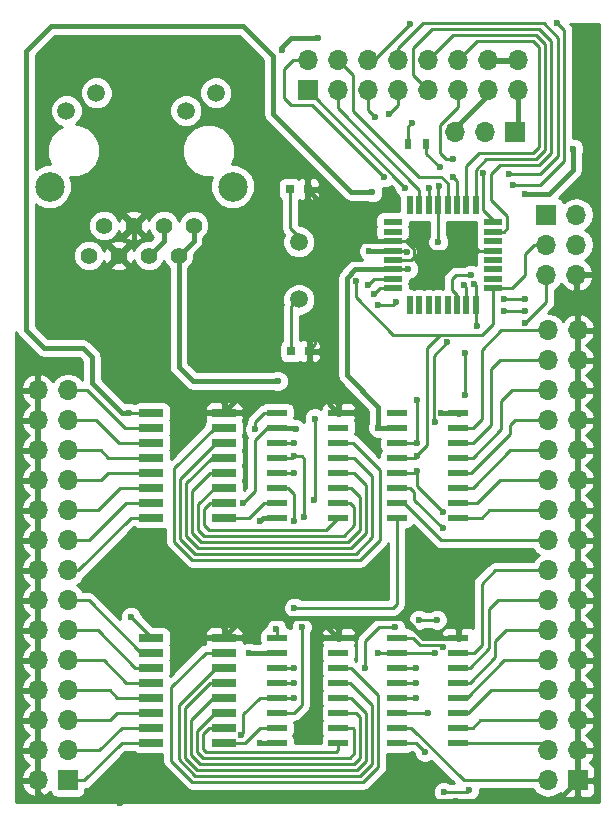
<source format=gbr>
G04 #@! TF.FileFunction,Copper,L1,Top,Signal*
%FSLAX46Y46*%
G04 Gerber Fmt 4.6, Leading zero omitted, Abs format (unit mm)*
G04 Created by KiCad (PCBNEW 4.0.2-stable) date 5/19/2017 12:01:20 AM*
%MOMM*%
G01*
G04 APERTURE LIST*
%ADD10C,0.100000*%
%ADD11R,0.800000X0.750000*%
%ADD12R,2.032000X0.660400*%
%ADD13R,1.700000X1.700000*%
%ADD14O,1.700000X1.700000*%
%ADD15R,1.701800X0.533400*%
%ADD16C,1.500000*%
%ADD17R,1.600000X0.550000*%
%ADD18R,0.550000X1.600000*%
%ADD19C,1.400000*%
%ADD20C,2.500000*%
%ADD21R,0.500000X0.900000*%
%ADD22C,0.600000*%
%ADD23C,0.400000*%
%ADD24C,0.250000*%
%ADD25C,0.254000*%
G04 APERTURE END LIST*
D10*
D11*
X144641000Y-71501000D03*
X143141000Y-71501000D03*
X144768000Y-85217000D03*
X143268000Y-85217000D03*
D12*
X137566400Y-118364000D03*
X131419600Y-118364000D03*
X137566400Y-117094000D03*
X137566400Y-115824000D03*
X131419600Y-117094000D03*
X131419600Y-115824000D03*
X137566400Y-114554000D03*
X131419600Y-114554000D03*
X137566400Y-113284000D03*
X131419600Y-113284000D03*
X137566400Y-112014000D03*
X137566400Y-110744000D03*
X131419600Y-112014000D03*
X131419600Y-110744000D03*
X137566400Y-109474000D03*
X131419600Y-109474000D03*
X137566400Y-99314000D03*
X131419600Y-99314000D03*
X137566400Y-98044000D03*
X137566400Y-96774000D03*
X131419600Y-98044000D03*
X131419600Y-96774000D03*
X137566400Y-95504000D03*
X131419600Y-95504000D03*
X137566400Y-94234000D03*
X131419600Y-94234000D03*
X137566400Y-92964000D03*
X137566400Y-91694000D03*
X131419600Y-92964000D03*
X131419600Y-91694000D03*
X137566400Y-90424000D03*
X131419600Y-90424000D03*
D13*
X162179000Y-66675000D03*
D14*
X159639000Y-66675000D03*
X157099000Y-66675000D03*
D13*
X167513000Y-121539000D03*
D14*
X164973000Y-121539000D03*
X167513000Y-118999000D03*
X164973000Y-118999000D03*
X167513000Y-116459000D03*
X164973000Y-116459000D03*
X167513000Y-113919000D03*
X164973000Y-113919000D03*
X167513000Y-111379000D03*
X164973000Y-111379000D03*
X167513000Y-108839000D03*
X164973000Y-108839000D03*
X167513000Y-106299000D03*
X164973000Y-106299000D03*
X167513000Y-103759000D03*
X164973000Y-103759000D03*
X167513000Y-101219000D03*
X164973000Y-101219000D03*
X167513000Y-98679000D03*
X164973000Y-98679000D03*
X167513000Y-96139000D03*
X164973000Y-96139000D03*
X167513000Y-93599000D03*
X164973000Y-93599000D03*
X167513000Y-91059000D03*
X164973000Y-91059000D03*
X167513000Y-88519000D03*
X164973000Y-88519000D03*
X167513000Y-85979000D03*
X164973000Y-85979000D03*
X167513000Y-83439000D03*
X164973000Y-83439000D03*
D13*
X144653000Y-63119000D03*
D14*
X144653000Y-60579000D03*
X147193000Y-63119000D03*
X147193000Y-60579000D03*
X149733000Y-63119000D03*
X149733000Y-60579000D03*
X152273000Y-63119000D03*
X152273000Y-60579000D03*
X154813000Y-63119000D03*
X154813000Y-60579000D03*
X157353000Y-63119000D03*
X157353000Y-60579000D03*
X159893000Y-63119000D03*
X159893000Y-60579000D03*
X162433000Y-63119000D03*
X162433000Y-60579000D03*
D13*
X124333000Y-121539000D03*
D14*
X121793000Y-121539000D03*
X124333000Y-118999000D03*
X121793000Y-118999000D03*
X124333000Y-116459000D03*
X121793000Y-116459000D03*
X124333000Y-113919000D03*
X121793000Y-113919000D03*
X124333000Y-111379000D03*
X121793000Y-111379000D03*
X124333000Y-108839000D03*
X121793000Y-108839000D03*
X124333000Y-106299000D03*
X121793000Y-106299000D03*
X124333000Y-103759000D03*
X121793000Y-103759000D03*
X124333000Y-101219000D03*
X121793000Y-101219000D03*
X124333000Y-98679000D03*
X121793000Y-98679000D03*
X124333000Y-96139000D03*
X121793000Y-96139000D03*
X124333000Y-93599000D03*
X121793000Y-93599000D03*
X124333000Y-91059000D03*
X121793000Y-91059000D03*
X124333000Y-88519000D03*
X121793000Y-88519000D03*
D15*
X147243800Y-118364000D03*
X147243800Y-117094000D03*
X147243800Y-115824000D03*
X147243800Y-114554000D03*
X147243800Y-113284000D03*
X147243800Y-112014000D03*
X147243800Y-110744000D03*
X147243800Y-109474000D03*
X142062200Y-109474000D03*
X142062200Y-110744000D03*
X142062200Y-112014000D03*
X142062200Y-113284000D03*
X142062200Y-114554000D03*
X142062200Y-115824000D03*
X142062200Y-117094000D03*
X142062200Y-118364000D03*
X147243800Y-99314000D03*
X147243800Y-98044000D03*
X147243800Y-96774000D03*
X147243800Y-95504000D03*
X147243800Y-94234000D03*
X147243800Y-92964000D03*
X147243800Y-91694000D03*
X147243800Y-90424000D03*
X142062200Y-90424000D03*
X142062200Y-91694000D03*
X142062200Y-92964000D03*
X142062200Y-94234000D03*
X142062200Y-95504000D03*
X142062200Y-96774000D03*
X142062200Y-98044000D03*
X142062200Y-99314000D03*
X157403800Y-118364000D03*
X157403800Y-117094000D03*
X157403800Y-115824000D03*
X157403800Y-114554000D03*
X157403800Y-113284000D03*
X157403800Y-112014000D03*
X157403800Y-110744000D03*
X157403800Y-109474000D03*
X152222200Y-109474000D03*
X152222200Y-110744000D03*
X152222200Y-112014000D03*
X152222200Y-113284000D03*
X152222200Y-114554000D03*
X152222200Y-115824000D03*
X152222200Y-117094000D03*
X152222200Y-118364000D03*
X157403800Y-99314000D03*
X157403800Y-98044000D03*
X157403800Y-96774000D03*
X157403800Y-95504000D03*
X157403800Y-94234000D03*
X157403800Y-92964000D03*
X157403800Y-91694000D03*
X157403800Y-90424000D03*
X152222200Y-90424000D03*
X152222200Y-91694000D03*
X152222200Y-92964000D03*
X152222200Y-94234000D03*
X152222200Y-95504000D03*
X152222200Y-96774000D03*
X152222200Y-98044000D03*
X152222200Y-99314000D03*
D16*
X143891000Y-75946000D03*
X143891000Y-80826000D03*
D17*
X151833000Y-74289000D03*
X151833000Y-75089000D03*
X151833000Y-75889000D03*
X151833000Y-76689000D03*
X151833000Y-77489000D03*
X151833000Y-78289000D03*
X151833000Y-79089000D03*
X151833000Y-79889000D03*
D18*
X153283000Y-81339000D03*
X154083000Y-81339000D03*
X154883000Y-81339000D03*
X155683000Y-81339000D03*
X156483000Y-81339000D03*
X157283000Y-81339000D03*
X158083000Y-81339000D03*
X158883000Y-81339000D03*
D17*
X160333000Y-79889000D03*
X160333000Y-79089000D03*
X160333000Y-78289000D03*
X160333000Y-77489000D03*
X160333000Y-76689000D03*
X160333000Y-75889000D03*
X160333000Y-75089000D03*
X160333000Y-74289000D03*
D18*
X158883000Y-72839000D03*
X158083000Y-72839000D03*
X157283000Y-72839000D03*
X156483000Y-72839000D03*
X155683000Y-72839000D03*
X154883000Y-72839000D03*
X154083000Y-72839000D03*
X153283000Y-72839000D03*
D19*
X132445000Y-74570000D03*
X134985000Y-74570000D03*
X133715000Y-77110000D03*
X131175000Y-77110000D03*
X129905000Y-74570000D03*
X128635000Y-77110000D03*
X127365000Y-74570000D03*
X126095000Y-77110000D03*
D20*
X138290000Y-71280000D03*
X122790000Y-71280000D03*
D16*
X126755000Y-63330000D03*
X124215000Y-64850000D03*
X136865000Y-63330000D03*
X134325000Y-64850000D03*
D13*
X164846000Y-73660000D03*
D14*
X167386000Y-73660000D03*
X164846000Y-76200000D03*
X167386000Y-76200000D03*
X164846000Y-78740000D03*
X167386000Y-78740000D03*
D21*
X153170000Y-67670000D03*
X154670000Y-67670000D03*
D22*
X128778000Y-123444000D03*
X155956000Y-90424000D03*
X148971000Y-90297000D03*
X157480000Y-108458000D03*
X157226000Y-123317000D03*
X149733000Y-79629000D03*
X150241000Y-80391000D03*
X150114000Y-71755000D03*
X129667000Y-107696000D03*
X129540000Y-90424000D03*
X163068000Y-71882000D03*
X167132000Y-68072000D03*
X142150000Y-87740000D03*
X153440000Y-65870000D03*
X150622000Y-110744000D03*
X143510000Y-106934000D03*
X139192000Y-98044000D03*
X140589000Y-118364000D03*
X140589000Y-99568000D03*
X139700000Y-110744000D03*
X150622000Y-91694000D03*
X143637000Y-91821000D03*
X149860000Y-76708000D03*
X154559000Y-119126000D03*
X155448000Y-110744000D03*
X153162000Y-78232000D03*
X153035000Y-76835000D03*
X142494000Y-59690000D03*
X145542000Y-58674000D03*
X152908000Y-71374000D03*
X154940000Y-71374000D03*
X151130000Y-70485000D03*
X156972000Y-70485000D03*
X150368000Y-65405000D03*
X163068000Y-80772000D03*
X161290000Y-80772000D03*
X158750000Y-79502000D03*
X159004000Y-83058000D03*
X153289000Y-57531000D03*
X165735000Y-57404000D03*
X162052000Y-71120000D03*
X158496000Y-78740000D03*
X144370000Y-99270000D03*
X151511000Y-65151000D03*
X148717000Y-79248000D03*
X143510000Y-113284000D03*
X153797000Y-113284000D03*
X153924000Y-94107000D03*
X143510000Y-94107000D03*
X163068000Y-81788000D03*
X161290000Y-81788000D03*
X144145000Y-108585000D03*
X154051000Y-107950000D03*
X155575000Y-107950000D03*
X155448000Y-91186000D03*
X156464000Y-84455000D03*
X157861000Y-79629000D03*
X161671000Y-70231000D03*
X159512000Y-70104000D03*
X156980000Y-68980000D03*
X141986000Y-108712000D03*
X143510000Y-99568000D03*
X149530000Y-112014000D03*
X153890000Y-89380000D03*
X145240000Y-90910000D03*
X145200000Y-97840000D03*
X152000000Y-108590000D03*
X143510000Y-112014000D03*
X153797000Y-112014000D03*
X153924000Y-92964000D03*
X143510000Y-92964000D03*
X156083000Y-98806000D03*
X156150000Y-122540000D03*
X158330000Y-122370000D03*
X139030000Y-117690000D03*
X143510000Y-114554000D03*
X153797000Y-114554000D03*
X153924000Y-95377000D03*
X143510000Y-95504000D03*
X154813000Y-115824000D03*
X140208000Y-91821000D03*
X156083000Y-100203000D03*
X156083000Y-110236000D03*
X155770000Y-71240000D03*
X155840000Y-69650000D03*
X150622000Y-81280000D03*
X157988000Y-85344000D03*
X157988000Y-88900000D03*
X163068000Y-82804000D03*
X155702000Y-75946000D03*
X152146000Y-81026000D03*
D23*
X128778000Y-123444000D02*
X128778000Y-123317000D01*
X128778000Y-123317000D02*
X128778000Y-123190000D01*
X128778000Y-123190000D02*
X128778000Y-123317000D01*
X129905000Y-74570000D02*
X129905000Y-75840000D01*
X129905000Y-75840000D02*
X128635000Y-77110000D01*
X145592800Y-107823000D02*
X152781000Y-107823000D01*
X154432000Y-109474000D02*
X157403800Y-109474000D01*
X152781000Y-107823000D02*
X154432000Y-109474000D01*
X144768000Y-85217000D02*
X144768000Y-87948200D01*
X144768000Y-87948200D02*
X145846800Y-89027000D01*
X147243800Y-90424000D02*
X148844000Y-90424000D01*
X155956000Y-90424000D02*
X157403800Y-90424000D01*
X148844000Y-90424000D02*
X148971000Y-90297000D01*
X157403800Y-109474000D02*
X157403800Y-108534200D01*
X157403800Y-108534200D02*
X157480000Y-108458000D01*
X145288000Y-74803000D02*
X145288000Y-72148000D01*
X145288000Y-72148000D02*
X144641000Y-71501000D01*
X151833000Y-75889000D02*
X146374000Y-75889000D01*
X146374000Y-75889000D02*
X145288000Y-74803000D01*
D24*
X160333000Y-76689000D02*
X154197000Y-76689000D01*
X154197000Y-76689000D02*
X153543000Y-77343000D01*
X151833000Y-75889000D02*
X152978000Y-75889000D01*
X153397000Y-77489000D02*
X151833000Y-77489000D01*
X153670000Y-77216000D02*
X153543000Y-77343000D01*
X153543000Y-77343000D02*
X153397000Y-77489000D01*
X153670000Y-76581000D02*
X153670000Y-77216000D01*
X152978000Y-75889000D02*
X153670000Y-76581000D01*
D23*
X159893000Y-60579000D02*
X162433000Y-60579000D01*
D24*
X144768000Y-85217000D02*
X144768000Y-85102000D01*
X144768000Y-85102000D02*
X145288000Y-84582000D01*
X145288000Y-84582000D02*
X145288000Y-74803000D01*
X145288000Y-72148000D02*
X144641000Y-71501000D01*
D23*
X137566400Y-109474000D02*
X137566400Y-109448600D01*
X137566400Y-109448600D02*
X139192000Y-107823000D01*
X139192000Y-107823000D02*
X145592800Y-107823000D01*
X145592800Y-107823000D02*
X147243800Y-109474000D01*
X137566400Y-90424000D02*
X137566400Y-90398600D01*
X137566400Y-90398600D02*
X138938000Y-89027000D01*
X138938000Y-89027000D02*
X145846800Y-89027000D01*
X145846800Y-89027000D02*
X147243800Y-90424000D01*
X121793000Y-121539000D02*
X121793000Y-122555000D01*
X121793000Y-122555000D02*
X122555000Y-123317000D01*
X122555000Y-123317000D02*
X128778000Y-123317000D01*
X165735000Y-123317000D02*
X167513000Y-121539000D01*
X128778000Y-123317000D02*
X157226000Y-123317000D01*
X157226000Y-123317000D02*
X165735000Y-123317000D01*
X121793000Y-118999000D02*
X121793000Y-121539000D01*
X121793000Y-116459000D02*
X121793000Y-118999000D01*
X121793000Y-113919000D02*
X121793000Y-116459000D01*
X121793000Y-111379000D02*
X121793000Y-113919000D01*
X121793000Y-108839000D02*
X121793000Y-111379000D01*
X121793000Y-106299000D02*
X121793000Y-108839000D01*
X121793000Y-103759000D02*
X121793000Y-106299000D01*
X121793000Y-101219000D02*
X121793000Y-103759000D01*
X121793000Y-98679000D02*
X121793000Y-101219000D01*
X121793000Y-96139000D02*
X121793000Y-98679000D01*
X121793000Y-93599000D02*
X121793000Y-96139000D01*
X121793000Y-91059000D02*
X121793000Y-93599000D01*
X121793000Y-88519000D02*
X121793000Y-91059000D01*
X167513000Y-118999000D02*
X167513000Y-121539000D01*
X167513000Y-116459000D02*
X167513000Y-118999000D01*
X167513000Y-113919000D02*
X167513000Y-116459000D01*
X167513000Y-111379000D02*
X167513000Y-113919000D01*
X167513000Y-108839000D02*
X167513000Y-111379000D01*
X167513000Y-106299000D02*
X167513000Y-108839000D01*
X167513000Y-103759000D02*
X167513000Y-106299000D01*
X167513000Y-101219000D02*
X167513000Y-103759000D01*
X167513000Y-98679000D02*
X167513000Y-101219000D01*
X167513000Y-96139000D02*
X167513000Y-98679000D01*
X167513000Y-93599000D02*
X167513000Y-96139000D01*
X167513000Y-91059000D02*
X167513000Y-93599000D01*
X167513000Y-88519000D02*
X167513000Y-91059000D01*
X167513000Y-85979000D02*
X167513000Y-88519000D01*
X167513000Y-83439000D02*
X167513000Y-85979000D01*
D24*
X151833000Y-79089000D02*
X150273000Y-79089000D01*
X150273000Y-79089000D02*
X149733000Y-79629000D01*
X143891000Y-75946000D02*
X143891000Y-75565000D01*
X143891000Y-75565000D02*
X143141000Y-74815000D01*
X143141000Y-74815000D02*
X143141000Y-71501000D01*
X151833000Y-79889000D02*
X150743000Y-79889000D01*
X150743000Y-79889000D02*
X150241000Y-80391000D01*
X143891000Y-80826000D02*
X143837000Y-80826000D01*
X143837000Y-80826000D02*
X143268000Y-81395000D01*
X143268000Y-81395000D02*
X143268000Y-85217000D01*
X137566400Y-118364000D02*
X139319000Y-118364000D01*
X140589000Y-117094000D02*
X142062200Y-117094000D01*
X139319000Y-118364000D02*
X140589000Y-117094000D01*
X131419600Y-118364000D02*
X128905000Y-118364000D01*
X125730000Y-121539000D02*
X124333000Y-121539000D01*
X128905000Y-118364000D02*
X125730000Y-121539000D01*
X137566400Y-117094000D02*
X136271000Y-117094000D01*
X147243800Y-118948200D02*
X147243800Y-118364000D01*
X147066000Y-119126000D02*
X147243800Y-118948200D01*
X136017000Y-119126000D02*
X147066000Y-119126000D01*
X135763000Y-118872000D02*
X136017000Y-119126000D01*
X135763000Y-117602000D02*
X135763000Y-118872000D01*
X136271000Y-117094000D02*
X135763000Y-117602000D01*
X137566400Y-115824000D02*
X136779000Y-115824000D01*
X136779000Y-115824000D02*
X135255000Y-117348000D01*
X135255000Y-117348000D02*
X135255000Y-119126000D01*
X135255000Y-119126000D02*
X135763000Y-119634000D01*
X135763000Y-119634000D02*
X148209000Y-119634000D01*
X148209000Y-119634000D02*
X148590000Y-119253000D01*
X148590000Y-119253000D02*
X148590000Y-117221000D01*
X148590000Y-117221000D02*
X148463000Y-117094000D01*
X148463000Y-117094000D02*
X147243800Y-117094000D01*
X131419600Y-117094000D02*
X128905000Y-117094000D01*
X127000000Y-118999000D02*
X124333000Y-118999000D01*
X128905000Y-117094000D02*
X127000000Y-118999000D01*
X131419600Y-115824000D02*
X128524000Y-115824000D01*
X127889000Y-116459000D02*
X124333000Y-116459000D01*
X128524000Y-115824000D02*
X127889000Y-116459000D01*
X137566400Y-114554000D02*
X136652000Y-114554000D01*
X136652000Y-114554000D02*
X134747000Y-116459000D01*
X134747000Y-116459000D02*
X134747000Y-119380000D01*
X134747000Y-119380000D02*
X135509000Y-120142000D01*
X135509000Y-120142000D02*
X148590000Y-120142000D01*
X148590000Y-120142000D02*
X149098000Y-119634000D01*
X149098000Y-119634000D02*
X149098000Y-116205000D01*
X149098000Y-116205000D02*
X148717000Y-115824000D01*
X148717000Y-115824000D02*
X147243800Y-115824000D01*
X131419600Y-114554000D02*
X128524000Y-114554000D01*
X127889000Y-113919000D02*
X124333000Y-113919000D01*
X128524000Y-114554000D02*
X127889000Y-113919000D01*
X137566400Y-113284000D02*
X136398000Y-113284000D01*
X148336000Y-114554000D02*
X147243800Y-114554000D01*
X149606000Y-115824000D02*
X148336000Y-114554000D01*
X149606000Y-119888000D02*
X149606000Y-115824000D01*
X148844000Y-120650000D02*
X149606000Y-119888000D01*
X135255000Y-120650000D02*
X148844000Y-120650000D01*
X134239000Y-119634000D02*
X135255000Y-120650000D01*
X134239000Y-115443000D02*
X134239000Y-119634000D01*
X136398000Y-113284000D02*
X134239000Y-115443000D01*
X131419600Y-113284000D02*
X129286000Y-113284000D01*
X127381000Y-111379000D02*
X124333000Y-111379000D01*
X129286000Y-113284000D02*
X127381000Y-111379000D01*
X137566400Y-112014000D02*
X136906000Y-112014000D01*
X136906000Y-112014000D02*
X133731000Y-115189000D01*
X133731000Y-115189000D02*
X133731000Y-119762398D01*
X133731000Y-119762398D02*
X135126602Y-121158000D01*
X135126602Y-121158000D02*
X149098000Y-121158000D01*
X149098000Y-121158000D02*
X150114000Y-120142000D01*
X150114000Y-120142000D02*
X150114000Y-115189000D01*
X150114000Y-115189000D02*
X148209000Y-113284000D01*
X148209000Y-113284000D02*
X147243800Y-113284000D01*
X137566400Y-110744000D02*
X136017000Y-110744000D01*
X148336000Y-112014000D02*
X147243800Y-112014000D01*
X150622000Y-114300000D02*
X148336000Y-112014000D01*
X150622000Y-120396000D02*
X150622000Y-114300000D01*
X149352000Y-121666000D02*
X150622000Y-120396000D01*
X134874000Y-121666000D02*
X149352000Y-121666000D01*
X133096000Y-119888000D02*
X134874000Y-121666000D01*
X133096000Y-113665000D02*
X133096000Y-119888000D01*
X136017000Y-110744000D02*
X133096000Y-113665000D01*
X131419600Y-112014000D02*
X130048000Y-112014000D01*
X126873000Y-108839000D02*
X124333000Y-108839000D01*
X130048000Y-112014000D02*
X126873000Y-108839000D01*
X131419600Y-110744000D02*
X130556000Y-110744000D01*
X130556000Y-110744000D02*
X126111000Y-106299000D01*
X126111000Y-106299000D02*
X124333000Y-106299000D01*
D23*
X150114000Y-71755000D02*
X148336000Y-71755000D01*
X129540000Y-90424000D02*
X128905000Y-90424000D01*
X141732000Y-65151000D02*
X148336000Y-71755000D01*
X141732000Y-60198000D02*
X141732000Y-65151000D01*
X139192000Y-57658000D02*
X141732000Y-60198000D01*
X122936000Y-57658000D02*
X139192000Y-57658000D01*
X120777000Y-59817000D02*
X122936000Y-57658000D01*
X120777000Y-83439000D02*
X120777000Y-59817000D01*
X122301000Y-84963000D02*
X120777000Y-83439000D01*
X125603000Y-84963000D02*
X122301000Y-84963000D01*
X126365000Y-85725000D02*
X125603000Y-84963000D01*
X126365000Y-87884000D02*
X126365000Y-85725000D01*
X128905000Y-90424000D02*
X126365000Y-87884000D01*
D24*
X131419600Y-90424000D02*
X129540000Y-90424000D01*
X129667000Y-107696000D02*
X131419600Y-109448600D01*
X131419600Y-109448600D02*
X131419600Y-109474000D01*
X137566400Y-99314000D02*
X139700000Y-99314000D01*
X140970000Y-98044000D02*
X142062200Y-98044000D01*
X139700000Y-99314000D02*
X140970000Y-98044000D01*
X131419600Y-99314000D02*
X129667000Y-99314000D01*
X125222000Y-103759000D02*
X124333000Y-103759000D01*
X129667000Y-99314000D02*
X125222000Y-103759000D01*
X137566400Y-98044000D02*
X136398000Y-98044000D01*
X146227800Y-100330000D02*
X147243800Y-99314000D01*
X136271000Y-100330000D02*
X146227800Y-100330000D01*
X135890000Y-99949000D02*
X136271000Y-100330000D01*
X135890000Y-98552000D02*
X135890000Y-99949000D01*
X136398000Y-98044000D02*
X135890000Y-98552000D01*
X137566400Y-96774000D02*
X136779000Y-96774000D01*
X136779000Y-96774000D02*
X135382000Y-98171000D01*
X135382000Y-98171000D02*
X135382000Y-100330000D01*
X135382000Y-100330000D02*
X135890000Y-100838000D01*
X135890000Y-100838000D02*
X147701000Y-100838000D01*
X147701000Y-100838000D02*
X148590000Y-99949000D01*
X148590000Y-99949000D02*
X148590000Y-98425000D01*
X148590000Y-98425000D02*
X148209000Y-98044000D01*
X148209000Y-98044000D02*
X147243800Y-98044000D01*
X131419600Y-98044000D02*
X129286000Y-98044000D01*
X126111000Y-101219000D02*
X124333000Y-101219000D01*
X129286000Y-98044000D02*
X126111000Y-101219000D01*
X131419600Y-96774000D02*
X128778000Y-96774000D01*
X126873000Y-98679000D02*
X124333000Y-98679000D01*
X128778000Y-96774000D02*
X126873000Y-98679000D01*
X137566400Y-95504000D02*
X136398000Y-95504000D01*
X148336000Y-96774000D02*
X147243800Y-96774000D01*
X149098000Y-97536000D02*
X148336000Y-96774000D01*
X149098000Y-100330000D02*
X149098000Y-97536000D01*
X148082000Y-101346000D02*
X149098000Y-100330000D01*
X135636000Y-101346000D02*
X148082000Y-101346000D01*
X134874000Y-100584000D02*
X135636000Y-101346000D01*
X134874000Y-97028000D02*
X134874000Y-100584000D01*
X136398000Y-95504000D02*
X134874000Y-97028000D01*
X137566400Y-95504000D02*
X136652000Y-95504000D01*
X131419600Y-95504000D02*
X127762000Y-95504000D01*
X127127000Y-96139000D02*
X124333000Y-96139000D01*
X127762000Y-95504000D02*
X127127000Y-96139000D01*
X137566400Y-94234000D02*
X136525000Y-94234000D01*
X148590000Y-95504000D02*
X147243800Y-95504000D01*
X149606000Y-96520000D02*
X148590000Y-95504000D01*
X149606000Y-100584000D02*
X149606000Y-96520000D01*
X148336000Y-101854000D02*
X149606000Y-100584000D01*
X135382000Y-101854000D02*
X148336000Y-101854000D01*
X134366000Y-100838000D02*
X135382000Y-101854000D01*
X134366000Y-96393000D02*
X134366000Y-100838000D01*
X136525000Y-94234000D02*
X134366000Y-96393000D01*
X131419600Y-94234000D02*
X127762000Y-94234000D01*
X127127000Y-93599000D02*
X124333000Y-93599000D01*
X127762000Y-94234000D02*
X127127000Y-93599000D01*
X137566400Y-92964000D02*
X136906000Y-92964000D01*
X136906000Y-92964000D02*
X133858000Y-96012000D01*
X148590000Y-94234000D02*
X147243800Y-94234000D01*
X150114000Y-95758000D02*
X148590000Y-94234000D01*
X150114000Y-100965000D02*
X150114000Y-95758000D01*
X148717000Y-102362000D02*
X150114000Y-100965000D01*
X135128000Y-102362000D02*
X148717000Y-102362000D01*
X133858000Y-101092000D02*
X135128000Y-102362000D01*
X133858000Y-96012000D02*
X133858000Y-101092000D01*
X137566400Y-92964000D02*
X136652000Y-92964000D01*
X150749000Y-96139000D02*
X150749000Y-95250000D01*
X150749000Y-101219000D02*
X150749000Y-96139000D01*
X149098000Y-102870000D02*
X150749000Y-101219000D01*
X134874000Y-102870000D02*
X149098000Y-102870000D01*
X133350000Y-101346000D02*
X134874000Y-102870000D01*
X133350000Y-95123000D02*
X133350000Y-101346000D01*
X136779000Y-91694000D02*
X133350000Y-95123000D01*
X148463000Y-92964000D02*
X147243800Y-92964000D01*
X150749000Y-95250000D02*
X148463000Y-92964000D01*
X137566400Y-91694000D02*
X136779000Y-91694000D01*
X131419600Y-92964000D02*
X128651000Y-92964000D01*
X126746000Y-91059000D02*
X124333000Y-91059000D01*
X128651000Y-92964000D02*
X126746000Y-91059000D01*
X131419600Y-91694000D02*
X129159000Y-91694000D01*
X125984000Y-88519000D02*
X124333000Y-88519000D01*
X129159000Y-91694000D02*
X125984000Y-88519000D01*
D23*
X165100000Y-71882000D02*
X163068000Y-71882000D01*
X167132000Y-69850000D02*
X165100000Y-71882000D01*
X167132000Y-68072000D02*
X167132000Y-69850000D01*
X133715000Y-77110000D02*
X133715000Y-86515000D01*
X134940000Y-87740000D02*
X142150000Y-87740000D01*
X133715000Y-86515000D02*
X134940000Y-87740000D01*
X134985000Y-74570000D02*
X134985000Y-75840000D01*
X134985000Y-75840000D02*
X133715000Y-77110000D01*
X162433000Y-63119000D02*
X162433000Y-66421000D01*
X162433000Y-66421000D02*
X162179000Y-66675000D01*
D24*
X153170000Y-67670000D02*
X153170000Y-66140000D01*
X153170000Y-66140000D02*
X153440000Y-65870000D01*
X152222200Y-99314000D02*
X152222200Y-106603800D01*
X150622000Y-110744000D02*
X152222200Y-110744000D01*
X151892000Y-106934000D02*
X143510000Y-106934000D01*
X152222200Y-106603800D02*
X151892000Y-106934000D01*
X140208000Y-93472000D02*
X140208000Y-97028000D01*
X140208000Y-92710000D02*
X140208000Y-93472000D01*
X141224000Y-91694000D02*
X140208000Y-92710000D01*
X140208000Y-97028000D02*
X139192000Y-98044000D01*
D23*
X132445000Y-74570000D02*
X132445000Y-75840000D01*
X132445000Y-75840000D02*
X131175000Y-77110000D01*
X140589000Y-118364000D02*
X142062200Y-118364000D01*
D24*
X142062200Y-91694000D02*
X141224000Y-91694000D01*
D23*
X142062200Y-99314000D02*
X140843000Y-99314000D01*
X140843000Y-99314000D02*
X140589000Y-99568000D01*
X139700000Y-110744000D02*
X142062200Y-110744000D01*
X151833000Y-78289000D02*
X148660000Y-78289000D01*
X150622000Y-89916000D02*
X150622000Y-91694000D01*
X147955000Y-87249000D02*
X150622000Y-89916000D01*
X147955000Y-78994000D02*
X147955000Y-87249000D01*
X148660000Y-78289000D02*
X147955000Y-78994000D01*
X152222200Y-91694000D02*
X150622000Y-91694000D01*
X143510000Y-91694000D02*
X142062200Y-91694000D01*
X143637000Y-91821000D02*
X143510000Y-91694000D01*
X149879000Y-76689000D02*
X151833000Y-76689000D01*
X149860000Y-76708000D02*
X149879000Y-76689000D01*
D24*
X152222200Y-118364000D02*
X153797000Y-118364000D01*
X153797000Y-118364000D02*
X154559000Y-119126000D01*
X155448000Y-110744000D02*
X152222200Y-110744000D01*
X151833000Y-76689000D02*
X152889000Y-76689000D01*
X153105000Y-78289000D02*
X151833000Y-78289000D01*
X153162000Y-78232000D02*
X153105000Y-78289000D01*
X152889000Y-76689000D02*
X153035000Y-76835000D01*
D23*
X159893000Y-63119000D02*
X159893000Y-63500000D01*
X159893000Y-63500000D02*
X157099000Y-66294000D01*
X157099000Y-66294000D02*
X157099000Y-66675000D01*
X142494000Y-59436000D02*
X142494000Y-59690000D01*
X143256000Y-58674000D02*
X142494000Y-59436000D01*
X145542000Y-58674000D02*
X143256000Y-58674000D01*
D24*
X156483000Y-72839000D02*
X156483000Y-71012000D01*
X148463000Y-61849000D02*
X147193000Y-60579000D01*
X148463000Y-64897000D02*
X148463000Y-61849000D01*
X154051000Y-70485000D02*
X148463000Y-64897000D01*
X155956000Y-70485000D02*
X154051000Y-70485000D01*
X156483000Y-71012000D02*
X155956000Y-70485000D01*
X152222200Y-117094000D02*
X153416000Y-117094000D01*
X157861000Y-121539000D02*
X164973000Y-121539000D01*
X153416000Y-117094000D02*
X157861000Y-121539000D01*
X157403800Y-118364000D02*
X164338000Y-118364000D01*
X164338000Y-118364000D02*
X164973000Y-118999000D01*
X157403800Y-117094000D02*
X158623000Y-117094000D01*
X159258000Y-116459000D02*
X164973000Y-116459000D01*
X158623000Y-117094000D02*
X159258000Y-116459000D01*
X157403800Y-115824000D02*
X158242000Y-115824000D01*
X158242000Y-115824000D02*
X160147000Y-113919000D01*
X160147000Y-113919000D02*
X164973000Y-113919000D01*
X157403800Y-114554000D02*
X158115000Y-114554000D01*
X158115000Y-114554000D02*
X161290000Y-111379000D01*
X161290000Y-111379000D02*
X164973000Y-111379000D01*
X157403800Y-113284000D02*
X158369000Y-113284000D01*
X161417000Y-108839000D02*
X164973000Y-108839000D01*
X160528000Y-109728000D02*
X161417000Y-108839000D01*
X160528000Y-111125000D02*
X160528000Y-109728000D01*
X158369000Y-113284000D02*
X160528000Y-111125000D01*
X157403800Y-112014000D02*
X158369000Y-112014000D01*
X160782000Y-106299000D02*
X164973000Y-106299000D01*
X160020000Y-107061000D02*
X160782000Y-106299000D01*
X160020000Y-110363000D02*
X160020000Y-107061000D01*
X158369000Y-112014000D02*
X160020000Y-110363000D01*
X157403800Y-110744000D02*
X158750000Y-110744000D01*
X160528000Y-103759000D02*
X164973000Y-103759000D01*
X159385000Y-104902000D02*
X160528000Y-103759000D01*
X159385000Y-110109000D02*
X159385000Y-104902000D01*
X158750000Y-110744000D02*
X159385000Y-110109000D01*
X152222200Y-98044000D02*
X152781000Y-98044000D01*
X152781000Y-98044000D02*
X155956000Y-101219000D01*
X155956000Y-101219000D02*
X164973000Y-101219000D01*
X157403800Y-99314000D02*
X159385000Y-99314000D01*
X160020000Y-98679000D02*
X164973000Y-98679000D01*
X159385000Y-99314000D02*
X160020000Y-98679000D01*
X157403800Y-98044000D02*
X159004000Y-98044000D01*
X160909000Y-96139000D02*
X164973000Y-96139000D01*
X159004000Y-98044000D02*
X160909000Y-96139000D01*
X157403800Y-96774000D02*
X158623000Y-96774000D01*
X161798000Y-93599000D02*
X164973000Y-93599000D01*
X158623000Y-96774000D02*
X161798000Y-93599000D01*
X157403800Y-95504000D02*
X158496000Y-95504000D01*
X162179000Y-91059000D02*
X164973000Y-91059000D01*
X161798000Y-91440000D02*
X162179000Y-91059000D01*
X161798000Y-92202000D02*
X161798000Y-91440000D01*
X158496000Y-95504000D02*
X161798000Y-92202000D01*
X157403800Y-94234000D02*
X158623000Y-94234000D01*
X161925000Y-88519000D02*
X164973000Y-88519000D01*
X161036000Y-89408000D02*
X161925000Y-88519000D01*
X161036000Y-91821000D02*
X161036000Y-89408000D01*
X158623000Y-94234000D02*
X161036000Y-91821000D01*
X157403800Y-92964000D02*
X158623000Y-92964000D01*
X160909000Y-85979000D02*
X164973000Y-85979000D01*
X160147000Y-86741000D02*
X160909000Y-85979000D01*
X160147000Y-91440000D02*
X160147000Y-86741000D01*
X158623000Y-92964000D02*
X160147000Y-91440000D01*
X157403800Y-91694000D02*
X158623000Y-91694000D01*
X161036000Y-83439000D02*
X164973000Y-83439000D01*
X159385000Y-85090000D02*
X161036000Y-83439000D01*
X159385000Y-90932000D02*
X159385000Y-85090000D01*
X158623000Y-91694000D02*
X159385000Y-90932000D01*
X154883000Y-72839000D02*
X154883000Y-71431000D01*
X152908000Y-71374000D02*
X144653000Y-63119000D01*
X154883000Y-71431000D02*
X154940000Y-71374000D01*
X157283000Y-72839000D02*
X157283000Y-70796000D01*
X143383000Y-60579000D02*
X144653000Y-60579000D01*
X142621000Y-61341000D02*
X143383000Y-60579000D01*
X142621000Y-63754000D02*
X142621000Y-61341000D01*
X143256000Y-64389000D02*
X142621000Y-63754000D01*
X145034000Y-64389000D02*
X143256000Y-64389000D01*
X151130000Y-70485000D02*
X145034000Y-64389000D01*
X157283000Y-70796000D02*
X156972000Y-70485000D01*
X154083000Y-72839000D02*
X154083000Y-71533000D01*
X147193000Y-64643000D02*
X147193000Y-63119000D01*
X154083000Y-71533000D02*
X147193000Y-64643000D01*
X149733000Y-63119000D02*
X149733000Y-64770000D01*
X149733000Y-64770000D02*
X150368000Y-65405000D01*
X158883000Y-81339000D02*
X158883000Y-79635000D01*
X161290000Y-80772000D02*
X163068000Y-80772000D01*
X158883000Y-79635000D02*
X158750000Y-79502000D01*
X158883000Y-82937000D02*
X158883000Y-81339000D01*
X159004000Y-83058000D02*
X158883000Y-82937000D01*
X149733000Y-60579000D02*
X150241000Y-60579000D01*
X150241000Y-60579000D02*
X153289000Y-57531000D01*
X165735000Y-57404000D02*
X166370000Y-58039000D01*
X166370000Y-58039000D02*
X166370000Y-69088000D01*
X166370000Y-69088000D02*
X164338000Y-71120000D01*
X164338000Y-71120000D02*
X162052000Y-71120000D01*
X158496000Y-78740000D02*
X157226000Y-78740000D01*
X157226000Y-78740000D02*
X156845000Y-79121000D01*
X156845000Y-79121000D02*
X156845000Y-80010000D01*
X156845000Y-80010000D02*
X157283000Y-80448000D01*
X157283000Y-80448000D02*
X157283000Y-81339000D01*
X160333000Y-79889000D02*
X161919000Y-79889000D01*
X163830000Y-76200000D02*
X164846000Y-76200000D01*
X163068000Y-76962000D02*
X163830000Y-76200000D01*
X163068000Y-78740000D02*
X163068000Y-76962000D01*
X161919000Y-79889000D02*
X163068000Y-78740000D01*
X143510000Y-94107000D02*
X144137000Y-94107000D01*
X144370000Y-94340000D02*
X144370000Y-99270000D01*
X144137000Y-94107000D02*
X144370000Y-94340000D01*
X153924000Y-94107000D02*
X153924000Y-93986000D01*
X154720000Y-84910000D02*
X155810000Y-83820000D01*
X154720000Y-93190000D02*
X154720000Y-84910000D01*
X153924000Y-93986000D02*
X154720000Y-93190000D01*
X152273000Y-63119000D02*
X152273000Y-64389000D01*
X152273000Y-64389000D02*
X151511000Y-65151000D01*
X148717000Y-79248000D02*
X148717000Y-80645000D01*
X148717000Y-80645000D02*
X151892000Y-83820000D01*
X151892000Y-83820000D02*
X155810000Y-83820000D01*
X160333000Y-82872000D02*
X160333000Y-79889000D01*
X155810000Y-83820000D02*
X159385000Y-83820000D01*
X159385000Y-83820000D02*
X160333000Y-82872000D01*
X142062200Y-113284000D02*
X143510000Y-113284000D01*
X153797000Y-113284000D02*
X152222200Y-113284000D01*
X142062200Y-94234000D02*
X143383000Y-94234000D01*
X153797000Y-94234000D02*
X152222200Y-94234000D01*
X153924000Y-94107000D02*
X153797000Y-94234000D01*
X143383000Y-94234000D02*
X143510000Y-94107000D01*
X161290000Y-81788000D02*
X163068000Y-81788000D01*
X143510000Y-115824000D02*
X144145000Y-115189000D01*
X144145000Y-115189000D02*
X144145000Y-108585000D01*
X154051000Y-107950000D02*
X155575000Y-107950000D01*
X155448000Y-91186000D02*
X155321000Y-91059000D01*
X155321000Y-91059000D02*
X155321000Y-85598000D01*
X155321000Y-85598000D02*
X156464000Y-84455000D01*
X143510000Y-115824000D02*
X142062200Y-115824000D01*
X152273000Y-60579000D02*
X152273000Y-59563000D01*
X158083000Y-79851000D02*
X158083000Y-81339000D01*
X157861000Y-79629000D02*
X158083000Y-79851000D01*
X164338000Y-70231000D02*
X161671000Y-70231000D01*
X165862000Y-68707000D02*
X164338000Y-70231000D01*
X165862000Y-58674000D02*
X165862000Y-68707000D01*
X164649998Y-57461998D02*
X165862000Y-58674000D01*
X154374002Y-57461998D02*
X164649998Y-57461998D01*
X152273000Y-59563000D02*
X154374002Y-57461998D01*
X160333000Y-75089000D02*
X161258000Y-75089000D01*
X153543000Y-61849000D02*
X154813000Y-63119000D01*
X153543000Y-59563000D02*
X153543000Y-61849000D01*
X155194000Y-57912000D02*
X153543000Y-59563000D01*
X164211000Y-57912000D02*
X155194000Y-57912000D01*
X165227000Y-58928000D02*
X164211000Y-57912000D01*
X165227000Y-68453000D02*
X165227000Y-58928000D01*
X164211000Y-69469000D02*
X165227000Y-68453000D01*
X160909000Y-69469000D02*
X164211000Y-69469000D01*
X160147000Y-70231000D02*
X160909000Y-69469000D01*
X160147000Y-72390000D02*
X160147000Y-70231000D01*
X161544000Y-73787000D02*
X160147000Y-72390000D01*
X161544000Y-74803000D02*
X161544000Y-73787000D01*
X161258000Y-75089000D02*
X161544000Y-74803000D01*
X158883000Y-72839000D02*
X158883000Y-69844000D01*
X156972000Y-58420000D02*
X154813000Y-60579000D01*
X163957000Y-58420000D02*
X156972000Y-58420000D01*
X164719000Y-59182000D02*
X163957000Y-58420000D01*
X164719000Y-68199000D02*
X164719000Y-59182000D01*
X163957000Y-68961000D02*
X164719000Y-68199000D01*
X159766000Y-68961000D02*
X163957000Y-68961000D01*
X158883000Y-69844000D02*
X159766000Y-68961000D01*
X159512000Y-73279000D02*
X159512000Y-70104000D01*
X160333000Y-74100000D02*
X159512000Y-73279000D01*
X155833000Y-68453000D02*
X156360000Y-68980000D01*
X156360000Y-68980000D02*
X156980000Y-68980000D01*
X155829000Y-68453000D02*
X155829000Y-66040000D01*
X155829000Y-66040000D02*
X157353000Y-64516000D01*
X157353000Y-64516000D02*
X157353000Y-63119000D01*
X155829000Y-68453000D02*
X155833000Y-68453000D01*
X160333000Y-74289000D02*
X160333000Y-74100000D01*
X158083000Y-72839000D02*
X158083000Y-69501000D01*
X159004000Y-58928000D02*
X157353000Y-60579000D01*
X163703000Y-58928000D02*
X159004000Y-58928000D01*
X164211000Y-59436000D02*
X163703000Y-58928000D01*
X164211000Y-67945000D02*
X164211000Y-59436000D01*
X163703000Y-68453000D02*
X164211000Y-67945000D01*
X159131000Y-68453000D02*
X163703000Y-68453000D01*
X158083000Y-69501000D02*
X159131000Y-68453000D01*
X142062200Y-96774000D02*
X143002000Y-96774000D01*
X142062200Y-108788200D02*
X142062200Y-109474000D01*
X141986000Y-108712000D02*
X142062200Y-108788200D01*
X143510000Y-97282000D02*
X143510000Y-99568000D01*
X143002000Y-96774000D02*
X143510000Y-97282000D01*
X153924000Y-92964000D02*
X153924000Y-89414000D01*
X153890000Y-89380000D02*
X153924000Y-89414000D01*
X145240000Y-97800000D02*
X145240000Y-90910000D01*
X145200000Y-97840000D02*
X145240000Y-97800000D01*
X150670000Y-108590000D02*
X152000000Y-108590000D01*
X149530000Y-109730000D02*
X150670000Y-108590000D01*
X149530000Y-109730000D02*
X149530000Y-112014000D01*
X142062200Y-112014000D02*
X143510000Y-112014000D01*
X153797000Y-112014000D02*
X152222200Y-112014000D01*
X142062200Y-92964000D02*
X143510000Y-92964000D01*
X153924000Y-92964000D02*
X152222200Y-92964000D01*
X153924000Y-96647000D02*
X156083000Y-98806000D01*
X153924000Y-95377000D02*
X153924000Y-96647000D01*
X158160000Y-122540000D02*
X156150000Y-122540000D01*
X158330000Y-122370000D02*
X158160000Y-122540000D01*
X139030000Y-117690000D02*
X139200000Y-117520000D01*
X139200000Y-117520000D02*
X139200000Y-115970000D01*
X139200000Y-115970000D02*
X140616000Y-114554000D01*
X140616000Y-114554000D02*
X142062200Y-114554000D01*
X142062200Y-114554000D02*
X143510000Y-114554000D01*
X153797000Y-114554000D02*
X152222200Y-114554000D01*
X142062200Y-95504000D02*
X143510000Y-95504000D01*
X153797000Y-95504000D02*
X152222200Y-95504000D01*
X153924000Y-95377000D02*
X153797000Y-95504000D01*
X142062200Y-90424000D02*
X140970000Y-90424000D01*
X154813000Y-115824000D02*
X152222200Y-115824000D01*
X140208000Y-91186000D02*
X140208000Y-91821000D01*
X140970000Y-90424000D02*
X140208000Y-91186000D01*
X152222200Y-109474000D02*
X153543000Y-109474000D01*
X153289000Y-96774000D02*
X152222200Y-96774000D01*
X153670000Y-97155000D02*
X153289000Y-96774000D01*
X153670000Y-97790000D02*
X153670000Y-97155000D01*
X156083000Y-100203000D02*
X153670000Y-97790000D01*
X155956000Y-110109000D02*
X156083000Y-110236000D01*
X154178000Y-110109000D02*
X155956000Y-110109000D01*
X153543000Y-109474000D02*
X154178000Y-110109000D01*
X155683000Y-71327000D02*
X155770000Y-71240000D01*
X155683000Y-72839000D02*
X155683000Y-71327000D01*
X154670000Y-68480000D02*
X154670000Y-67670000D01*
X155840000Y-69650000D02*
X154670000Y-68480000D01*
X164846000Y-78740000D02*
X164846000Y-81026000D01*
X152146000Y-81026000D02*
X151892000Y-81280000D01*
X151892000Y-81280000D02*
X150622000Y-81280000D01*
X157988000Y-85344000D02*
X157988000Y-88900000D01*
X163068000Y-82804000D02*
X164846000Y-81026000D01*
X155683000Y-75927000D02*
X155683000Y-72839000D01*
X155683000Y-75927000D02*
X155702000Y-75946000D01*
D25*
G36*
X120005561Y-83758541D02*
X120162113Y-83992838D01*
X120186566Y-84029434D01*
X121710566Y-85553434D01*
X121981459Y-85734439D01*
X122301000Y-85798000D01*
X125257132Y-85798000D01*
X125530000Y-86070868D01*
X125530000Y-87645326D01*
X125412147Y-87468946D01*
X124930378Y-87147039D01*
X124362093Y-87034000D01*
X124303907Y-87034000D01*
X123735622Y-87147039D01*
X123253853Y-87468946D01*
X123064655Y-87752101D01*
X123064645Y-87752076D01*
X122674358Y-87323817D01*
X122149892Y-87077514D01*
X121920000Y-87198181D01*
X121920000Y-88392000D01*
X121940000Y-88392000D01*
X121940000Y-88646000D01*
X121920000Y-88646000D01*
X121920000Y-90932000D01*
X121940000Y-90932000D01*
X121940000Y-91186000D01*
X121920000Y-91186000D01*
X121920000Y-93472000D01*
X121940000Y-93472000D01*
X121940000Y-93726000D01*
X121920000Y-93726000D01*
X121920000Y-96012000D01*
X121940000Y-96012000D01*
X121940000Y-96266000D01*
X121920000Y-96266000D01*
X121920000Y-98552000D01*
X121940000Y-98552000D01*
X121940000Y-98806000D01*
X121920000Y-98806000D01*
X121920000Y-101092000D01*
X121940000Y-101092000D01*
X121940000Y-101346000D01*
X121920000Y-101346000D01*
X121920000Y-103632000D01*
X121940000Y-103632000D01*
X121940000Y-103886000D01*
X121920000Y-103886000D01*
X121920000Y-106172000D01*
X121940000Y-106172000D01*
X121940000Y-106426000D01*
X121920000Y-106426000D01*
X121920000Y-108712000D01*
X121940000Y-108712000D01*
X121940000Y-108966000D01*
X121920000Y-108966000D01*
X121920000Y-111252000D01*
X121940000Y-111252000D01*
X121940000Y-111506000D01*
X121920000Y-111506000D01*
X121920000Y-113792000D01*
X121940000Y-113792000D01*
X121940000Y-114046000D01*
X121920000Y-114046000D01*
X121920000Y-116332000D01*
X121940000Y-116332000D01*
X121940000Y-116586000D01*
X121920000Y-116586000D01*
X121920000Y-118872000D01*
X121940000Y-118872000D01*
X121940000Y-119126000D01*
X121920000Y-119126000D01*
X121920000Y-121412000D01*
X121940000Y-121412000D01*
X121940000Y-121666000D01*
X121920000Y-121666000D01*
X121920000Y-122859819D01*
X122149892Y-122980486D01*
X122674358Y-122734183D01*
X122861808Y-122528496D01*
X122879838Y-122624317D01*
X123018910Y-122840441D01*
X123231110Y-122985431D01*
X123483000Y-123036440D01*
X125183000Y-123036440D01*
X125418317Y-122992162D01*
X125634441Y-122853090D01*
X125779431Y-122640890D01*
X125830440Y-122389000D01*
X125830440Y-122279021D01*
X126020839Y-122241148D01*
X126267401Y-122076401D01*
X129219802Y-119124000D01*
X129925584Y-119124000D01*
X129939510Y-119145641D01*
X130151710Y-119290631D01*
X130403600Y-119341640D01*
X132336000Y-119341640D01*
X132336000Y-119888000D01*
X132393852Y-120178839D01*
X132558599Y-120425401D01*
X134336599Y-122203401D01*
X134583161Y-122368148D01*
X134874000Y-122426000D01*
X149352000Y-122426000D01*
X149642839Y-122368148D01*
X149889401Y-122203401D01*
X151159401Y-120933401D01*
X151324148Y-120686840D01*
X151382000Y-120396000D01*
X151382000Y-119278140D01*
X153073100Y-119278140D01*
X153308417Y-119233862D01*
X153479147Y-119124000D01*
X153482198Y-119124000D01*
X153623878Y-119265680D01*
X153623838Y-119311167D01*
X153765883Y-119654943D01*
X154028673Y-119918192D01*
X154372201Y-120060838D01*
X154744167Y-120061162D01*
X155087943Y-119919117D01*
X155127163Y-119879965D01*
X157027198Y-121780000D01*
X156712463Y-121780000D01*
X156680327Y-121747808D01*
X156336799Y-121605162D01*
X155964833Y-121604838D01*
X155621057Y-121746883D01*
X155357808Y-122009673D01*
X155215162Y-122353201D01*
X155214838Y-122725167D01*
X155356883Y-123068943D01*
X155619673Y-123332192D01*
X155708316Y-123369000D01*
X119963000Y-123369000D01*
X119963000Y-121895890D01*
X120351524Y-121895890D01*
X120521355Y-122305924D01*
X120911642Y-122734183D01*
X121436108Y-122980486D01*
X121666000Y-122859819D01*
X121666000Y-121666000D01*
X120472845Y-121666000D01*
X120351524Y-121895890D01*
X119963000Y-121895890D01*
X119963000Y-119355890D01*
X120351524Y-119355890D01*
X120521355Y-119765924D01*
X120911642Y-120194183D01*
X121070954Y-120269000D01*
X120911642Y-120343817D01*
X120521355Y-120772076D01*
X120351524Y-121182110D01*
X120472845Y-121412000D01*
X121666000Y-121412000D01*
X121666000Y-119126000D01*
X120472845Y-119126000D01*
X120351524Y-119355890D01*
X119963000Y-119355890D01*
X119963000Y-116815890D01*
X120351524Y-116815890D01*
X120521355Y-117225924D01*
X120911642Y-117654183D01*
X121070954Y-117729000D01*
X120911642Y-117803817D01*
X120521355Y-118232076D01*
X120351524Y-118642110D01*
X120472845Y-118872000D01*
X121666000Y-118872000D01*
X121666000Y-116586000D01*
X120472845Y-116586000D01*
X120351524Y-116815890D01*
X119963000Y-116815890D01*
X119963000Y-114275890D01*
X120351524Y-114275890D01*
X120521355Y-114685924D01*
X120911642Y-115114183D01*
X121070954Y-115189000D01*
X120911642Y-115263817D01*
X120521355Y-115692076D01*
X120351524Y-116102110D01*
X120472845Y-116332000D01*
X121666000Y-116332000D01*
X121666000Y-114046000D01*
X120472845Y-114046000D01*
X120351524Y-114275890D01*
X119963000Y-114275890D01*
X119963000Y-111735890D01*
X120351524Y-111735890D01*
X120521355Y-112145924D01*
X120911642Y-112574183D01*
X121070954Y-112649000D01*
X120911642Y-112723817D01*
X120521355Y-113152076D01*
X120351524Y-113562110D01*
X120472845Y-113792000D01*
X121666000Y-113792000D01*
X121666000Y-111506000D01*
X120472845Y-111506000D01*
X120351524Y-111735890D01*
X119963000Y-111735890D01*
X119963000Y-109195890D01*
X120351524Y-109195890D01*
X120521355Y-109605924D01*
X120911642Y-110034183D01*
X121070954Y-110109000D01*
X120911642Y-110183817D01*
X120521355Y-110612076D01*
X120351524Y-111022110D01*
X120472845Y-111252000D01*
X121666000Y-111252000D01*
X121666000Y-108966000D01*
X120472845Y-108966000D01*
X120351524Y-109195890D01*
X119963000Y-109195890D01*
X119963000Y-106655890D01*
X120351524Y-106655890D01*
X120521355Y-107065924D01*
X120911642Y-107494183D01*
X121070954Y-107569000D01*
X120911642Y-107643817D01*
X120521355Y-108072076D01*
X120351524Y-108482110D01*
X120472845Y-108712000D01*
X121666000Y-108712000D01*
X121666000Y-106426000D01*
X120472845Y-106426000D01*
X120351524Y-106655890D01*
X119963000Y-106655890D01*
X119963000Y-104115890D01*
X120351524Y-104115890D01*
X120521355Y-104525924D01*
X120911642Y-104954183D01*
X121070954Y-105029000D01*
X120911642Y-105103817D01*
X120521355Y-105532076D01*
X120351524Y-105942110D01*
X120472845Y-106172000D01*
X121666000Y-106172000D01*
X121666000Y-103886000D01*
X120472845Y-103886000D01*
X120351524Y-104115890D01*
X119963000Y-104115890D01*
X119963000Y-101575890D01*
X120351524Y-101575890D01*
X120521355Y-101985924D01*
X120911642Y-102414183D01*
X121070954Y-102489000D01*
X120911642Y-102563817D01*
X120521355Y-102992076D01*
X120351524Y-103402110D01*
X120472845Y-103632000D01*
X121666000Y-103632000D01*
X121666000Y-101346000D01*
X120472845Y-101346000D01*
X120351524Y-101575890D01*
X119963000Y-101575890D01*
X119963000Y-99035890D01*
X120351524Y-99035890D01*
X120521355Y-99445924D01*
X120911642Y-99874183D01*
X121070954Y-99949000D01*
X120911642Y-100023817D01*
X120521355Y-100452076D01*
X120351524Y-100862110D01*
X120472845Y-101092000D01*
X121666000Y-101092000D01*
X121666000Y-98806000D01*
X120472845Y-98806000D01*
X120351524Y-99035890D01*
X119963000Y-99035890D01*
X119963000Y-96495890D01*
X120351524Y-96495890D01*
X120521355Y-96905924D01*
X120911642Y-97334183D01*
X121070954Y-97409000D01*
X120911642Y-97483817D01*
X120521355Y-97912076D01*
X120351524Y-98322110D01*
X120472845Y-98552000D01*
X121666000Y-98552000D01*
X121666000Y-96266000D01*
X120472845Y-96266000D01*
X120351524Y-96495890D01*
X119963000Y-96495890D01*
X119963000Y-93955890D01*
X120351524Y-93955890D01*
X120521355Y-94365924D01*
X120911642Y-94794183D01*
X121070954Y-94869000D01*
X120911642Y-94943817D01*
X120521355Y-95372076D01*
X120351524Y-95782110D01*
X120472845Y-96012000D01*
X121666000Y-96012000D01*
X121666000Y-93726000D01*
X120472845Y-93726000D01*
X120351524Y-93955890D01*
X119963000Y-93955890D01*
X119963000Y-91415890D01*
X120351524Y-91415890D01*
X120521355Y-91825924D01*
X120911642Y-92254183D01*
X121070954Y-92329000D01*
X120911642Y-92403817D01*
X120521355Y-92832076D01*
X120351524Y-93242110D01*
X120472845Y-93472000D01*
X121666000Y-93472000D01*
X121666000Y-91186000D01*
X120472845Y-91186000D01*
X120351524Y-91415890D01*
X119963000Y-91415890D01*
X119963000Y-88875890D01*
X120351524Y-88875890D01*
X120521355Y-89285924D01*
X120911642Y-89714183D01*
X121070954Y-89789000D01*
X120911642Y-89863817D01*
X120521355Y-90292076D01*
X120351524Y-90702110D01*
X120472845Y-90932000D01*
X121666000Y-90932000D01*
X121666000Y-88646000D01*
X120472845Y-88646000D01*
X120351524Y-88875890D01*
X119963000Y-88875890D01*
X119963000Y-88162110D01*
X120351524Y-88162110D01*
X120472845Y-88392000D01*
X121666000Y-88392000D01*
X121666000Y-87198181D01*
X121436108Y-87077514D01*
X120911642Y-87323817D01*
X120521355Y-87752076D01*
X120351524Y-88162110D01*
X119963000Y-88162110D01*
X119963000Y-83544574D01*
X120005561Y-83758541D01*
X120005561Y-83758541D01*
G37*
X120005561Y-83758541D02*
X120162113Y-83992838D01*
X120186566Y-84029434D01*
X121710566Y-85553434D01*
X121981459Y-85734439D01*
X122301000Y-85798000D01*
X125257132Y-85798000D01*
X125530000Y-86070868D01*
X125530000Y-87645326D01*
X125412147Y-87468946D01*
X124930378Y-87147039D01*
X124362093Y-87034000D01*
X124303907Y-87034000D01*
X123735622Y-87147039D01*
X123253853Y-87468946D01*
X123064655Y-87752101D01*
X123064645Y-87752076D01*
X122674358Y-87323817D01*
X122149892Y-87077514D01*
X121920000Y-87198181D01*
X121920000Y-88392000D01*
X121940000Y-88392000D01*
X121940000Y-88646000D01*
X121920000Y-88646000D01*
X121920000Y-90932000D01*
X121940000Y-90932000D01*
X121940000Y-91186000D01*
X121920000Y-91186000D01*
X121920000Y-93472000D01*
X121940000Y-93472000D01*
X121940000Y-93726000D01*
X121920000Y-93726000D01*
X121920000Y-96012000D01*
X121940000Y-96012000D01*
X121940000Y-96266000D01*
X121920000Y-96266000D01*
X121920000Y-98552000D01*
X121940000Y-98552000D01*
X121940000Y-98806000D01*
X121920000Y-98806000D01*
X121920000Y-101092000D01*
X121940000Y-101092000D01*
X121940000Y-101346000D01*
X121920000Y-101346000D01*
X121920000Y-103632000D01*
X121940000Y-103632000D01*
X121940000Y-103886000D01*
X121920000Y-103886000D01*
X121920000Y-106172000D01*
X121940000Y-106172000D01*
X121940000Y-106426000D01*
X121920000Y-106426000D01*
X121920000Y-108712000D01*
X121940000Y-108712000D01*
X121940000Y-108966000D01*
X121920000Y-108966000D01*
X121920000Y-111252000D01*
X121940000Y-111252000D01*
X121940000Y-111506000D01*
X121920000Y-111506000D01*
X121920000Y-113792000D01*
X121940000Y-113792000D01*
X121940000Y-114046000D01*
X121920000Y-114046000D01*
X121920000Y-116332000D01*
X121940000Y-116332000D01*
X121940000Y-116586000D01*
X121920000Y-116586000D01*
X121920000Y-118872000D01*
X121940000Y-118872000D01*
X121940000Y-119126000D01*
X121920000Y-119126000D01*
X121920000Y-121412000D01*
X121940000Y-121412000D01*
X121940000Y-121666000D01*
X121920000Y-121666000D01*
X121920000Y-122859819D01*
X122149892Y-122980486D01*
X122674358Y-122734183D01*
X122861808Y-122528496D01*
X122879838Y-122624317D01*
X123018910Y-122840441D01*
X123231110Y-122985431D01*
X123483000Y-123036440D01*
X125183000Y-123036440D01*
X125418317Y-122992162D01*
X125634441Y-122853090D01*
X125779431Y-122640890D01*
X125830440Y-122389000D01*
X125830440Y-122279021D01*
X126020839Y-122241148D01*
X126267401Y-122076401D01*
X129219802Y-119124000D01*
X129925584Y-119124000D01*
X129939510Y-119145641D01*
X130151710Y-119290631D01*
X130403600Y-119341640D01*
X132336000Y-119341640D01*
X132336000Y-119888000D01*
X132393852Y-120178839D01*
X132558599Y-120425401D01*
X134336599Y-122203401D01*
X134583161Y-122368148D01*
X134874000Y-122426000D01*
X149352000Y-122426000D01*
X149642839Y-122368148D01*
X149889401Y-122203401D01*
X151159401Y-120933401D01*
X151324148Y-120686840D01*
X151382000Y-120396000D01*
X151382000Y-119278140D01*
X153073100Y-119278140D01*
X153308417Y-119233862D01*
X153479147Y-119124000D01*
X153482198Y-119124000D01*
X153623878Y-119265680D01*
X153623838Y-119311167D01*
X153765883Y-119654943D01*
X154028673Y-119918192D01*
X154372201Y-120060838D01*
X154744167Y-120061162D01*
X155087943Y-119919117D01*
X155127163Y-119879965D01*
X157027198Y-121780000D01*
X156712463Y-121780000D01*
X156680327Y-121747808D01*
X156336799Y-121605162D01*
X155964833Y-121604838D01*
X155621057Y-121746883D01*
X155357808Y-122009673D01*
X155215162Y-122353201D01*
X155214838Y-122725167D01*
X155356883Y-123068943D01*
X155619673Y-123332192D01*
X155708316Y-123369000D01*
X119963000Y-123369000D01*
X119963000Y-121895890D01*
X120351524Y-121895890D01*
X120521355Y-122305924D01*
X120911642Y-122734183D01*
X121436108Y-122980486D01*
X121666000Y-122859819D01*
X121666000Y-121666000D01*
X120472845Y-121666000D01*
X120351524Y-121895890D01*
X119963000Y-121895890D01*
X119963000Y-119355890D01*
X120351524Y-119355890D01*
X120521355Y-119765924D01*
X120911642Y-120194183D01*
X121070954Y-120269000D01*
X120911642Y-120343817D01*
X120521355Y-120772076D01*
X120351524Y-121182110D01*
X120472845Y-121412000D01*
X121666000Y-121412000D01*
X121666000Y-119126000D01*
X120472845Y-119126000D01*
X120351524Y-119355890D01*
X119963000Y-119355890D01*
X119963000Y-116815890D01*
X120351524Y-116815890D01*
X120521355Y-117225924D01*
X120911642Y-117654183D01*
X121070954Y-117729000D01*
X120911642Y-117803817D01*
X120521355Y-118232076D01*
X120351524Y-118642110D01*
X120472845Y-118872000D01*
X121666000Y-118872000D01*
X121666000Y-116586000D01*
X120472845Y-116586000D01*
X120351524Y-116815890D01*
X119963000Y-116815890D01*
X119963000Y-114275890D01*
X120351524Y-114275890D01*
X120521355Y-114685924D01*
X120911642Y-115114183D01*
X121070954Y-115189000D01*
X120911642Y-115263817D01*
X120521355Y-115692076D01*
X120351524Y-116102110D01*
X120472845Y-116332000D01*
X121666000Y-116332000D01*
X121666000Y-114046000D01*
X120472845Y-114046000D01*
X120351524Y-114275890D01*
X119963000Y-114275890D01*
X119963000Y-111735890D01*
X120351524Y-111735890D01*
X120521355Y-112145924D01*
X120911642Y-112574183D01*
X121070954Y-112649000D01*
X120911642Y-112723817D01*
X120521355Y-113152076D01*
X120351524Y-113562110D01*
X120472845Y-113792000D01*
X121666000Y-113792000D01*
X121666000Y-111506000D01*
X120472845Y-111506000D01*
X120351524Y-111735890D01*
X119963000Y-111735890D01*
X119963000Y-109195890D01*
X120351524Y-109195890D01*
X120521355Y-109605924D01*
X120911642Y-110034183D01*
X121070954Y-110109000D01*
X120911642Y-110183817D01*
X120521355Y-110612076D01*
X120351524Y-111022110D01*
X120472845Y-111252000D01*
X121666000Y-111252000D01*
X121666000Y-108966000D01*
X120472845Y-108966000D01*
X120351524Y-109195890D01*
X119963000Y-109195890D01*
X119963000Y-106655890D01*
X120351524Y-106655890D01*
X120521355Y-107065924D01*
X120911642Y-107494183D01*
X121070954Y-107569000D01*
X120911642Y-107643817D01*
X120521355Y-108072076D01*
X120351524Y-108482110D01*
X120472845Y-108712000D01*
X121666000Y-108712000D01*
X121666000Y-106426000D01*
X120472845Y-106426000D01*
X120351524Y-106655890D01*
X119963000Y-106655890D01*
X119963000Y-104115890D01*
X120351524Y-104115890D01*
X120521355Y-104525924D01*
X120911642Y-104954183D01*
X121070954Y-105029000D01*
X120911642Y-105103817D01*
X120521355Y-105532076D01*
X120351524Y-105942110D01*
X120472845Y-106172000D01*
X121666000Y-106172000D01*
X121666000Y-103886000D01*
X120472845Y-103886000D01*
X120351524Y-104115890D01*
X119963000Y-104115890D01*
X119963000Y-101575890D01*
X120351524Y-101575890D01*
X120521355Y-101985924D01*
X120911642Y-102414183D01*
X121070954Y-102489000D01*
X120911642Y-102563817D01*
X120521355Y-102992076D01*
X120351524Y-103402110D01*
X120472845Y-103632000D01*
X121666000Y-103632000D01*
X121666000Y-101346000D01*
X120472845Y-101346000D01*
X120351524Y-101575890D01*
X119963000Y-101575890D01*
X119963000Y-99035890D01*
X120351524Y-99035890D01*
X120521355Y-99445924D01*
X120911642Y-99874183D01*
X121070954Y-99949000D01*
X120911642Y-100023817D01*
X120521355Y-100452076D01*
X120351524Y-100862110D01*
X120472845Y-101092000D01*
X121666000Y-101092000D01*
X121666000Y-98806000D01*
X120472845Y-98806000D01*
X120351524Y-99035890D01*
X119963000Y-99035890D01*
X119963000Y-96495890D01*
X120351524Y-96495890D01*
X120521355Y-96905924D01*
X120911642Y-97334183D01*
X121070954Y-97409000D01*
X120911642Y-97483817D01*
X120521355Y-97912076D01*
X120351524Y-98322110D01*
X120472845Y-98552000D01*
X121666000Y-98552000D01*
X121666000Y-96266000D01*
X120472845Y-96266000D01*
X120351524Y-96495890D01*
X119963000Y-96495890D01*
X119963000Y-93955890D01*
X120351524Y-93955890D01*
X120521355Y-94365924D01*
X120911642Y-94794183D01*
X121070954Y-94869000D01*
X120911642Y-94943817D01*
X120521355Y-95372076D01*
X120351524Y-95782110D01*
X120472845Y-96012000D01*
X121666000Y-96012000D01*
X121666000Y-93726000D01*
X120472845Y-93726000D01*
X120351524Y-93955890D01*
X119963000Y-93955890D01*
X119963000Y-91415890D01*
X120351524Y-91415890D01*
X120521355Y-91825924D01*
X120911642Y-92254183D01*
X121070954Y-92329000D01*
X120911642Y-92403817D01*
X120521355Y-92832076D01*
X120351524Y-93242110D01*
X120472845Y-93472000D01*
X121666000Y-93472000D01*
X121666000Y-91186000D01*
X120472845Y-91186000D01*
X120351524Y-91415890D01*
X119963000Y-91415890D01*
X119963000Y-88875890D01*
X120351524Y-88875890D01*
X120521355Y-89285924D01*
X120911642Y-89714183D01*
X121070954Y-89789000D01*
X120911642Y-89863817D01*
X120521355Y-90292076D01*
X120351524Y-90702110D01*
X120472845Y-90932000D01*
X121666000Y-90932000D01*
X121666000Y-88646000D01*
X120472845Y-88646000D01*
X120351524Y-88875890D01*
X119963000Y-88875890D01*
X119963000Y-88162110D01*
X120351524Y-88162110D01*
X120472845Y-88392000D01*
X121666000Y-88392000D01*
X121666000Y-87198181D01*
X121436108Y-87077514D01*
X120911642Y-87323817D01*
X120521355Y-87752076D01*
X120351524Y-88162110D01*
X119963000Y-88162110D01*
X119963000Y-83544574D01*
X120005561Y-83758541D01*
G36*
X169343000Y-123369000D02*
X156592099Y-123369000D01*
X156678943Y-123333117D01*
X156712118Y-123300000D01*
X158131550Y-123300000D01*
X158143201Y-123304838D01*
X158515167Y-123305162D01*
X158858943Y-123163117D01*
X159122192Y-122900327D01*
X159264838Y-122556799D01*
X159265063Y-122299000D01*
X163700046Y-122299000D01*
X163893853Y-122589054D01*
X164375622Y-122910961D01*
X164943907Y-123024000D01*
X165002093Y-123024000D01*
X165570378Y-122910961D01*
X166052147Y-122589054D01*
X166056097Y-122583142D01*
X166124673Y-122748699D01*
X166303302Y-122927327D01*
X166536691Y-123024000D01*
X167227250Y-123024000D01*
X167386000Y-122865250D01*
X167386000Y-121666000D01*
X167640000Y-121666000D01*
X167640000Y-122865250D01*
X167798750Y-123024000D01*
X168489309Y-123024000D01*
X168722698Y-122927327D01*
X168901327Y-122748699D01*
X168998000Y-122515310D01*
X168998000Y-121824750D01*
X168839250Y-121666000D01*
X167640000Y-121666000D01*
X167386000Y-121666000D01*
X167366000Y-121666000D01*
X167366000Y-121412000D01*
X167386000Y-121412000D01*
X167386000Y-119126000D01*
X167640000Y-119126000D01*
X167640000Y-121412000D01*
X168839250Y-121412000D01*
X168998000Y-121253250D01*
X168998000Y-120562690D01*
X168901327Y-120329301D01*
X168722698Y-120150673D01*
X168513122Y-120063864D01*
X168784645Y-119765924D01*
X168954476Y-119355890D01*
X168833155Y-119126000D01*
X167640000Y-119126000D01*
X167386000Y-119126000D01*
X167366000Y-119126000D01*
X167366000Y-118872000D01*
X167386000Y-118872000D01*
X167386000Y-116586000D01*
X167640000Y-116586000D01*
X167640000Y-118872000D01*
X168833155Y-118872000D01*
X168954476Y-118642110D01*
X168784645Y-118232076D01*
X168394358Y-117803817D01*
X168235046Y-117729000D01*
X168394358Y-117654183D01*
X168784645Y-117225924D01*
X168954476Y-116815890D01*
X168833155Y-116586000D01*
X167640000Y-116586000D01*
X167386000Y-116586000D01*
X167366000Y-116586000D01*
X167366000Y-116332000D01*
X167386000Y-116332000D01*
X167386000Y-114046000D01*
X167640000Y-114046000D01*
X167640000Y-116332000D01*
X168833155Y-116332000D01*
X168954476Y-116102110D01*
X168784645Y-115692076D01*
X168394358Y-115263817D01*
X168235046Y-115189000D01*
X168394358Y-115114183D01*
X168784645Y-114685924D01*
X168954476Y-114275890D01*
X168833155Y-114046000D01*
X167640000Y-114046000D01*
X167386000Y-114046000D01*
X167366000Y-114046000D01*
X167366000Y-113792000D01*
X167386000Y-113792000D01*
X167386000Y-111506000D01*
X167640000Y-111506000D01*
X167640000Y-113792000D01*
X168833155Y-113792000D01*
X168954476Y-113562110D01*
X168784645Y-113152076D01*
X168394358Y-112723817D01*
X168235046Y-112649000D01*
X168394358Y-112574183D01*
X168784645Y-112145924D01*
X168954476Y-111735890D01*
X168833155Y-111506000D01*
X167640000Y-111506000D01*
X167386000Y-111506000D01*
X167366000Y-111506000D01*
X167366000Y-111252000D01*
X167386000Y-111252000D01*
X167386000Y-108966000D01*
X167640000Y-108966000D01*
X167640000Y-111252000D01*
X168833155Y-111252000D01*
X168954476Y-111022110D01*
X168784645Y-110612076D01*
X168394358Y-110183817D01*
X168235046Y-110109000D01*
X168394358Y-110034183D01*
X168784645Y-109605924D01*
X168954476Y-109195890D01*
X168833155Y-108966000D01*
X167640000Y-108966000D01*
X167386000Y-108966000D01*
X167366000Y-108966000D01*
X167366000Y-108712000D01*
X167386000Y-108712000D01*
X167386000Y-106426000D01*
X167640000Y-106426000D01*
X167640000Y-108712000D01*
X168833155Y-108712000D01*
X168954476Y-108482110D01*
X168784645Y-108072076D01*
X168394358Y-107643817D01*
X168235046Y-107569000D01*
X168394358Y-107494183D01*
X168784645Y-107065924D01*
X168954476Y-106655890D01*
X168833155Y-106426000D01*
X167640000Y-106426000D01*
X167386000Y-106426000D01*
X167366000Y-106426000D01*
X167366000Y-106172000D01*
X167386000Y-106172000D01*
X167386000Y-103886000D01*
X167640000Y-103886000D01*
X167640000Y-106172000D01*
X168833155Y-106172000D01*
X168954476Y-105942110D01*
X168784645Y-105532076D01*
X168394358Y-105103817D01*
X168235046Y-105029000D01*
X168394358Y-104954183D01*
X168784645Y-104525924D01*
X168954476Y-104115890D01*
X168833155Y-103886000D01*
X167640000Y-103886000D01*
X167386000Y-103886000D01*
X167366000Y-103886000D01*
X167366000Y-103632000D01*
X167386000Y-103632000D01*
X167386000Y-101346000D01*
X167640000Y-101346000D01*
X167640000Y-103632000D01*
X168833155Y-103632000D01*
X168954476Y-103402110D01*
X168784645Y-102992076D01*
X168394358Y-102563817D01*
X168235046Y-102489000D01*
X168394358Y-102414183D01*
X168784645Y-101985924D01*
X168954476Y-101575890D01*
X168833155Y-101346000D01*
X167640000Y-101346000D01*
X167386000Y-101346000D01*
X167366000Y-101346000D01*
X167366000Y-101092000D01*
X167386000Y-101092000D01*
X167386000Y-98806000D01*
X167640000Y-98806000D01*
X167640000Y-101092000D01*
X168833155Y-101092000D01*
X168954476Y-100862110D01*
X168784645Y-100452076D01*
X168394358Y-100023817D01*
X168235046Y-99949000D01*
X168394358Y-99874183D01*
X168784645Y-99445924D01*
X168954476Y-99035890D01*
X168833155Y-98806000D01*
X167640000Y-98806000D01*
X167386000Y-98806000D01*
X167366000Y-98806000D01*
X167366000Y-98552000D01*
X167386000Y-98552000D01*
X167386000Y-96266000D01*
X167640000Y-96266000D01*
X167640000Y-98552000D01*
X168833155Y-98552000D01*
X168954476Y-98322110D01*
X168784645Y-97912076D01*
X168394358Y-97483817D01*
X168235046Y-97409000D01*
X168394358Y-97334183D01*
X168784645Y-96905924D01*
X168954476Y-96495890D01*
X168833155Y-96266000D01*
X167640000Y-96266000D01*
X167386000Y-96266000D01*
X167366000Y-96266000D01*
X167366000Y-96012000D01*
X167386000Y-96012000D01*
X167386000Y-93726000D01*
X167640000Y-93726000D01*
X167640000Y-96012000D01*
X168833155Y-96012000D01*
X168954476Y-95782110D01*
X168784645Y-95372076D01*
X168394358Y-94943817D01*
X168235046Y-94869000D01*
X168394358Y-94794183D01*
X168784645Y-94365924D01*
X168954476Y-93955890D01*
X168833155Y-93726000D01*
X167640000Y-93726000D01*
X167386000Y-93726000D01*
X167366000Y-93726000D01*
X167366000Y-93472000D01*
X167386000Y-93472000D01*
X167386000Y-91186000D01*
X167640000Y-91186000D01*
X167640000Y-93472000D01*
X168833155Y-93472000D01*
X168954476Y-93242110D01*
X168784645Y-92832076D01*
X168394358Y-92403817D01*
X168235046Y-92329000D01*
X168394358Y-92254183D01*
X168784645Y-91825924D01*
X168954476Y-91415890D01*
X168833155Y-91186000D01*
X167640000Y-91186000D01*
X167386000Y-91186000D01*
X167366000Y-91186000D01*
X167366000Y-90932000D01*
X167386000Y-90932000D01*
X167386000Y-88646000D01*
X167640000Y-88646000D01*
X167640000Y-90932000D01*
X168833155Y-90932000D01*
X168954476Y-90702110D01*
X168784645Y-90292076D01*
X168394358Y-89863817D01*
X168235046Y-89789000D01*
X168394358Y-89714183D01*
X168784645Y-89285924D01*
X168954476Y-88875890D01*
X168833155Y-88646000D01*
X167640000Y-88646000D01*
X167386000Y-88646000D01*
X167366000Y-88646000D01*
X167366000Y-88392000D01*
X167386000Y-88392000D01*
X167386000Y-86106000D01*
X167640000Y-86106000D01*
X167640000Y-88392000D01*
X168833155Y-88392000D01*
X168954476Y-88162110D01*
X168784645Y-87752076D01*
X168394358Y-87323817D01*
X168235046Y-87249000D01*
X168394358Y-87174183D01*
X168784645Y-86745924D01*
X168954476Y-86335890D01*
X168833155Y-86106000D01*
X167640000Y-86106000D01*
X167386000Y-86106000D01*
X167366000Y-86106000D01*
X167366000Y-85852000D01*
X167386000Y-85852000D01*
X167386000Y-83566000D01*
X167640000Y-83566000D01*
X167640000Y-85852000D01*
X168833155Y-85852000D01*
X168954476Y-85622110D01*
X168784645Y-85212076D01*
X168394358Y-84783817D01*
X168235046Y-84709000D01*
X168394358Y-84634183D01*
X168784645Y-84205924D01*
X168954476Y-83795890D01*
X168833155Y-83566000D01*
X167640000Y-83566000D01*
X167386000Y-83566000D01*
X167366000Y-83566000D01*
X167366000Y-83312000D01*
X167386000Y-83312000D01*
X167386000Y-82118181D01*
X167640000Y-82118181D01*
X167640000Y-83312000D01*
X168833155Y-83312000D01*
X168954476Y-83082110D01*
X168784645Y-82672076D01*
X168394358Y-82243817D01*
X167869892Y-81997514D01*
X167640000Y-82118181D01*
X167386000Y-82118181D01*
X167156108Y-81997514D01*
X166631642Y-82243817D01*
X166241355Y-82672076D01*
X166241345Y-82672101D01*
X166052147Y-82388946D01*
X165570378Y-82067039D01*
X165002093Y-81954000D01*
X164992802Y-81954000D01*
X165383401Y-81563401D01*
X165548148Y-81316839D01*
X165606000Y-81026000D01*
X165606000Y-80003301D01*
X165925147Y-79790054D01*
X166114345Y-79506899D01*
X166114355Y-79506924D01*
X166504642Y-79935183D01*
X167029108Y-80181486D01*
X167259000Y-80060819D01*
X167259000Y-78867000D01*
X167513000Y-78867000D01*
X167513000Y-80060819D01*
X167742892Y-80181486D01*
X168267358Y-79935183D01*
X168657645Y-79506924D01*
X168827476Y-79096890D01*
X168706155Y-78867000D01*
X167513000Y-78867000D01*
X167259000Y-78867000D01*
X167239000Y-78867000D01*
X167239000Y-78613000D01*
X167259000Y-78613000D01*
X167259000Y-78593000D01*
X167513000Y-78593000D01*
X167513000Y-78613000D01*
X168706155Y-78613000D01*
X168827476Y-78383110D01*
X168657645Y-77973076D01*
X168267358Y-77544817D01*
X168124447Y-77477702D01*
X168465147Y-77250054D01*
X168787054Y-76768285D01*
X168900093Y-76200000D01*
X168787054Y-75631715D01*
X168465147Y-75149946D01*
X168135974Y-74930000D01*
X168465147Y-74710054D01*
X168787054Y-74228285D01*
X168900093Y-73660000D01*
X168787054Y-73091715D01*
X168465147Y-72609946D01*
X167983378Y-72288039D01*
X167415093Y-72175000D01*
X167356907Y-72175000D01*
X166788622Y-72288039D01*
X166306853Y-72609946D01*
X166306029Y-72611179D01*
X166299162Y-72574683D01*
X166160090Y-72358559D01*
X165948727Y-72214141D01*
X167722434Y-70440434D01*
X167757341Y-70388192D01*
X167903439Y-70169541D01*
X167967000Y-69850000D01*
X167967000Y-68499234D01*
X168066838Y-68258799D01*
X168067162Y-67886833D01*
X167925117Y-67543057D01*
X167662327Y-67279808D01*
X167318799Y-67137162D01*
X167130000Y-67136998D01*
X167130000Y-58039000D01*
X167072148Y-57748161D01*
X166907401Y-57501599D01*
X166884802Y-57479000D01*
X169343000Y-57479000D01*
X169343000Y-123369000D01*
X169343000Y-123369000D01*
G37*
X169343000Y-123369000D02*
X156592099Y-123369000D01*
X156678943Y-123333117D01*
X156712118Y-123300000D01*
X158131550Y-123300000D01*
X158143201Y-123304838D01*
X158515167Y-123305162D01*
X158858943Y-123163117D01*
X159122192Y-122900327D01*
X159264838Y-122556799D01*
X159265063Y-122299000D01*
X163700046Y-122299000D01*
X163893853Y-122589054D01*
X164375622Y-122910961D01*
X164943907Y-123024000D01*
X165002093Y-123024000D01*
X165570378Y-122910961D01*
X166052147Y-122589054D01*
X166056097Y-122583142D01*
X166124673Y-122748699D01*
X166303302Y-122927327D01*
X166536691Y-123024000D01*
X167227250Y-123024000D01*
X167386000Y-122865250D01*
X167386000Y-121666000D01*
X167640000Y-121666000D01*
X167640000Y-122865250D01*
X167798750Y-123024000D01*
X168489309Y-123024000D01*
X168722698Y-122927327D01*
X168901327Y-122748699D01*
X168998000Y-122515310D01*
X168998000Y-121824750D01*
X168839250Y-121666000D01*
X167640000Y-121666000D01*
X167386000Y-121666000D01*
X167366000Y-121666000D01*
X167366000Y-121412000D01*
X167386000Y-121412000D01*
X167386000Y-119126000D01*
X167640000Y-119126000D01*
X167640000Y-121412000D01*
X168839250Y-121412000D01*
X168998000Y-121253250D01*
X168998000Y-120562690D01*
X168901327Y-120329301D01*
X168722698Y-120150673D01*
X168513122Y-120063864D01*
X168784645Y-119765924D01*
X168954476Y-119355890D01*
X168833155Y-119126000D01*
X167640000Y-119126000D01*
X167386000Y-119126000D01*
X167366000Y-119126000D01*
X167366000Y-118872000D01*
X167386000Y-118872000D01*
X167386000Y-116586000D01*
X167640000Y-116586000D01*
X167640000Y-118872000D01*
X168833155Y-118872000D01*
X168954476Y-118642110D01*
X168784645Y-118232076D01*
X168394358Y-117803817D01*
X168235046Y-117729000D01*
X168394358Y-117654183D01*
X168784645Y-117225924D01*
X168954476Y-116815890D01*
X168833155Y-116586000D01*
X167640000Y-116586000D01*
X167386000Y-116586000D01*
X167366000Y-116586000D01*
X167366000Y-116332000D01*
X167386000Y-116332000D01*
X167386000Y-114046000D01*
X167640000Y-114046000D01*
X167640000Y-116332000D01*
X168833155Y-116332000D01*
X168954476Y-116102110D01*
X168784645Y-115692076D01*
X168394358Y-115263817D01*
X168235046Y-115189000D01*
X168394358Y-115114183D01*
X168784645Y-114685924D01*
X168954476Y-114275890D01*
X168833155Y-114046000D01*
X167640000Y-114046000D01*
X167386000Y-114046000D01*
X167366000Y-114046000D01*
X167366000Y-113792000D01*
X167386000Y-113792000D01*
X167386000Y-111506000D01*
X167640000Y-111506000D01*
X167640000Y-113792000D01*
X168833155Y-113792000D01*
X168954476Y-113562110D01*
X168784645Y-113152076D01*
X168394358Y-112723817D01*
X168235046Y-112649000D01*
X168394358Y-112574183D01*
X168784645Y-112145924D01*
X168954476Y-111735890D01*
X168833155Y-111506000D01*
X167640000Y-111506000D01*
X167386000Y-111506000D01*
X167366000Y-111506000D01*
X167366000Y-111252000D01*
X167386000Y-111252000D01*
X167386000Y-108966000D01*
X167640000Y-108966000D01*
X167640000Y-111252000D01*
X168833155Y-111252000D01*
X168954476Y-111022110D01*
X168784645Y-110612076D01*
X168394358Y-110183817D01*
X168235046Y-110109000D01*
X168394358Y-110034183D01*
X168784645Y-109605924D01*
X168954476Y-109195890D01*
X168833155Y-108966000D01*
X167640000Y-108966000D01*
X167386000Y-108966000D01*
X167366000Y-108966000D01*
X167366000Y-108712000D01*
X167386000Y-108712000D01*
X167386000Y-106426000D01*
X167640000Y-106426000D01*
X167640000Y-108712000D01*
X168833155Y-108712000D01*
X168954476Y-108482110D01*
X168784645Y-108072076D01*
X168394358Y-107643817D01*
X168235046Y-107569000D01*
X168394358Y-107494183D01*
X168784645Y-107065924D01*
X168954476Y-106655890D01*
X168833155Y-106426000D01*
X167640000Y-106426000D01*
X167386000Y-106426000D01*
X167366000Y-106426000D01*
X167366000Y-106172000D01*
X167386000Y-106172000D01*
X167386000Y-103886000D01*
X167640000Y-103886000D01*
X167640000Y-106172000D01*
X168833155Y-106172000D01*
X168954476Y-105942110D01*
X168784645Y-105532076D01*
X168394358Y-105103817D01*
X168235046Y-105029000D01*
X168394358Y-104954183D01*
X168784645Y-104525924D01*
X168954476Y-104115890D01*
X168833155Y-103886000D01*
X167640000Y-103886000D01*
X167386000Y-103886000D01*
X167366000Y-103886000D01*
X167366000Y-103632000D01*
X167386000Y-103632000D01*
X167386000Y-101346000D01*
X167640000Y-101346000D01*
X167640000Y-103632000D01*
X168833155Y-103632000D01*
X168954476Y-103402110D01*
X168784645Y-102992076D01*
X168394358Y-102563817D01*
X168235046Y-102489000D01*
X168394358Y-102414183D01*
X168784645Y-101985924D01*
X168954476Y-101575890D01*
X168833155Y-101346000D01*
X167640000Y-101346000D01*
X167386000Y-101346000D01*
X167366000Y-101346000D01*
X167366000Y-101092000D01*
X167386000Y-101092000D01*
X167386000Y-98806000D01*
X167640000Y-98806000D01*
X167640000Y-101092000D01*
X168833155Y-101092000D01*
X168954476Y-100862110D01*
X168784645Y-100452076D01*
X168394358Y-100023817D01*
X168235046Y-99949000D01*
X168394358Y-99874183D01*
X168784645Y-99445924D01*
X168954476Y-99035890D01*
X168833155Y-98806000D01*
X167640000Y-98806000D01*
X167386000Y-98806000D01*
X167366000Y-98806000D01*
X167366000Y-98552000D01*
X167386000Y-98552000D01*
X167386000Y-96266000D01*
X167640000Y-96266000D01*
X167640000Y-98552000D01*
X168833155Y-98552000D01*
X168954476Y-98322110D01*
X168784645Y-97912076D01*
X168394358Y-97483817D01*
X168235046Y-97409000D01*
X168394358Y-97334183D01*
X168784645Y-96905924D01*
X168954476Y-96495890D01*
X168833155Y-96266000D01*
X167640000Y-96266000D01*
X167386000Y-96266000D01*
X167366000Y-96266000D01*
X167366000Y-96012000D01*
X167386000Y-96012000D01*
X167386000Y-93726000D01*
X167640000Y-93726000D01*
X167640000Y-96012000D01*
X168833155Y-96012000D01*
X168954476Y-95782110D01*
X168784645Y-95372076D01*
X168394358Y-94943817D01*
X168235046Y-94869000D01*
X168394358Y-94794183D01*
X168784645Y-94365924D01*
X168954476Y-93955890D01*
X168833155Y-93726000D01*
X167640000Y-93726000D01*
X167386000Y-93726000D01*
X167366000Y-93726000D01*
X167366000Y-93472000D01*
X167386000Y-93472000D01*
X167386000Y-91186000D01*
X167640000Y-91186000D01*
X167640000Y-93472000D01*
X168833155Y-93472000D01*
X168954476Y-93242110D01*
X168784645Y-92832076D01*
X168394358Y-92403817D01*
X168235046Y-92329000D01*
X168394358Y-92254183D01*
X168784645Y-91825924D01*
X168954476Y-91415890D01*
X168833155Y-91186000D01*
X167640000Y-91186000D01*
X167386000Y-91186000D01*
X167366000Y-91186000D01*
X167366000Y-90932000D01*
X167386000Y-90932000D01*
X167386000Y-88646000D01*
X167640000Y-88646000D01*
X167640000Y-90932000D01*
X168833155Y-90932000D01*
X168954476Y-90702110D01*
X168784645Y-90292076D01*
X168394358Y-89863817D01*
X168235046Y-89789000D01*
X168394358Y-89714183D01*
X168784645Y-89285924D01*
X168954476Y-88875890D01*
X168833155Y-88646000D01*
X167640000Y-88646000D01*
X167386000Y-88646000D01*
X167366000Y-88646000D01*
X167366000Y-88392000D01*
X167386000Y-88392000D01*
X167386000Y-86106000D01*
X167640000Y-86106000D01*
X167640000Y-88392000D01*
X168833155Y-88392000D01*
X168954476Y-88162110D01*
X168784645Y-87752076D01*
X168394358Y-87323817D01*
X168235046Y-87249000D01*
X168394358Y-87174183D01*
X168784645Y-86745924D01*
X168954476Y-86335890D01*
X168833155Y-86106000D01*
X167640000Y-86106000D01*
X167386000Y-86106000D01*
X167366000Y-86106000D01*
X167366000Y-85852000D01*
X167386000Y-85852000D01*
X167386000Y-83566000D01*
X167640000Y-83566000D01*
X167640000Y-85852000D01*
X168833155Y-85852000D01*
X168954476Y-85622110D01*
X168784645Y-85212076D01*
X168394358Y-84783817D01*
X168235046Y-84709000D01*
X168394358Y-84634183D01*
X168784645Y-84205924D01*
X168954476Y-83795890D01*
X168833155Y-83566000D01*
X167640000Y-83566000D01*
X167386000Y-83566000D01*
X167366000Y-83566000D01*
X167366000Y-83312000D01*
X167386000Y-83312000D01*
X167386000Y-82118181D01*
X167640000Y-82118181D01*
X167640000Y-83312000D01*
X168833155Y-83312000D01*
X168954476Y-83082110D01*
X168784645Y-82672076D01*
X168394358Y-82243817D01*
X167869892Y-81997514D01*
X167640000Y-82118181D01*
X167386000Y-82118181D01*
X167156108Y-81997514D01*
X166631642Y-82243817D01*
X166241355Y-82672076D01*
X166241345Y-82672101D01*
X166052147Y-82388946D01*
X165570378Y-82067039D01*
X165002093Y-81954000D01*
X164992802Y-81954000D01*
X165383401Y-81563401D01*
X165548148Y-81316839D01*
X165606000Y-81026000D01*
X165606000Y-80003301D01*
X165925147Y-79790054D01*
X166114345Y-79506899D01*
X166114355Y-79506924D01*
X166504642Y-79935183D01*
X167029108Y-80181486D01*
X167259000Y-80060819D01*
X167259000Y-78867000D01*
X167513000Y-78867000D01*
X167513000Y-80060819D01*
X167742892Y-80181486D01*
X168267358Y-79935183D01*
X168657645Y-79506924D01*
X168827476Y-79096890D01*
X168706155Y-78867000D01*
X167513000Y-78867000D01*
X167259000Y-78867000D01*
X167239000Y-78867000D01*
X167239000Y-78613000D01*
X167259000Y-78613000D01*
X167259000Y-78593000D01*
X167513000Y-78593000D01*
X167513000Y-78613000D01*
X168706155Y-78613000D01*
X168827476Y-78383110D01*
X168657645Y-77973076D01*
X168267358Y-77544817D01*
X168124447Y-77477702D01*
X168465147Y-77250054D01*
X168787054Y-76768285D01*
X168900093Y-76200000D01*
X168787054Y-75631715D01*
X168465147Y-75149946D01*
X168135974Y-74930000D01*
X168465147Y-74710054D01*
X168787054Y-74228285D01*
X168900093Y-73660000D01*
X168787054Y-73091715D01*
X168465147Y-72609946D01*
X167983378Y-72288039D01*
X167415093Y-72175000D01*
X167356907Y-72175000D01*
X166788622Y-72288039D01*
X166306853Y-72609946D01*
X166306029Y-72611179D01*
X166299162Y-72574683D01*
X166160090Y-72358559D01*
X165948727Y-72214141D01*
X167722434Y-70440434D01*
X167757341Y-70388192D01*
X167903439Y-70169541D01*
X167967000Y-69850000D01*
X167967000Y-68499234D01*
X168066838Y-68258799D01*
X168067162Y-67886833D01*
X167925117Y-67543057D01*
X167662327Y-67279808D01*
X167318799Y-67137162D01*
X167130000Y-67136998D01*
X167130000Y-58039000D01*
X167072148Y-57748161D01*
X166907401Y-57501599D01*
X166884802Y-57479000D01*
X169343000Y-57479000D01*
X169343000Y-123369000D01*
G36*
X151471057Y-107796883D02*
X151437882Y-107830000D01*
X150670000Y-107830000D01*
X150427414Y-107878254D01*
X150379160Y-107887852D01*
X150132599Y-108052599D01*
X148992599Y-109192599D01*
X148827852Y-109439161D01*
X148770000Y-109730000D01*
X148770000Y-111407509D01*
X148647870Y-111325904D01*
X148691131Y-111262590D01*
X148742140Y-111010700D01*
X148742140Y-110477300D01*
X148697862Y-110241983D01*
X148617042Y-110116384D01*
X148633027Y-110100399D01*
X148729700Y-109867010D01*
X148729700Y-109759750D01*
X148570950Y-109601000D01*
X147370800Y-109601000D01*
X147370800Y-109621000D01*
X147116800Y-109621000D01*
X147116800Y-109601000D01*
X145916650Y-109601000D01*
X145757900Y-109759750D01*
X145757900Y-109867010D01*
X145854573Y-110100399D01*
X145870799Y-110116625D01*
X145796469Y-110225410D01*
X145745460Y-110477300D01*
X145745460Y-111010700D01*
X145789738Y-111246017D01*
X145875649Y-111379526D01*
X145796469Y-111495410D01*
X145745460Y-111747300D01*
X145745460Y-112280700D01*
X145789738Y-112516017D01*
X145875649Y-112649526D01*
X145796469Y-112765410D01*
X145745460Y-113017300D01*
X145745460Y-113550700D01*
X145789738Y-113786017D01*
X145875649Y-113919526D01*
X145796469Y-114035410D01*
X145745460Y-114287300D01*
X145745460Y-114820700D01*
X145789738Y-115056017D01*
X145875649Y-115189526D01*
X145796469Y-115305410D01*
X145745460Y-115557300D01*
X145745460Y-116090700D01*
X145789738Y-116326017D01*
X145875649Y-116459526D01*
X145796469Y-116575410D01*
X145745460Y-116827300D01*
X145745460Y-117360700D01*
X145789738Y-117596017D01*
X145875649Y-117729526D01*
X145796469Y-117845410D01*
X145745460Y-118097300D01*
X145745460Y-118366000D01*
X143560540Y-118366000D01*
X143560540Y-118097300D01*
X143516262Y-117861983D01*
X143430351Y-117728474D01*
X143509531Y-117612590D01*
X143560540Y-117360700D01*
X143560540Y-116827300D01*
X143516262Y-116591983D01*
X143510997Y-116583802D01*
X143800839Y-116526148D01*
X144047401Y-116361401D01*
X144682401Y-115726401D01*
X144847148Y-115479839D01*
X144905000Y-115189000D01*
X144905000Y-109147463D01*
X144937192Y-109115327D01*
X144951450Y-109080990D01*
X145757900Y-109080990D01*
X145757900Y-109188250D01*
X145916650Y-109347000D01*
X147116800Y-109347000D01*
X147116800Y-108731050D01*
X147370800Y-108731050D01*
X147370800Y-109347000D01*
X148570950Y-109347000D01*
X148729700Y-109188250D01*
X148729700Y-109080990D01*
X148633027Y-108847601D01*
X148454398Y-108668973D01*
X148221009Y-108572300D01*
X147529550Y-108572300D01*
X147370800Y-108731050D01*
X147116800Y-108731050D01*
X146958050Y-108572300D01*
X146266591Y-108572300D01*
X146033202Y-108668973D01*
X145854573Y-108847601D01*
X145757900Y-109080990D01*
X144951450Y-109080990D01*
X145079838Y-108771799D01*
X145080162Y-108399833D01*
X144938117Y-108056057D01*
X144675327Y-107792808D01*
X144437372Y-107694000D01*
X151720053Y-107694000D01*
X151471057Y-107796883D01*
X151471057Y-107796883D01*
G37*
X151471057Y-107796883D02*
X151437882Y-107830000D01*
X150670000Y-107830000D01*
X150427414Y-107878254D01*
X150379160Y-107887852D01*
X150132599Y-108052599D01*
X148992599Y-109192599D01*
X148827852Y-109439161D01*
X148770000Y-109730000D01*
X148770000Y-111407509D01*
X148647870Y-111325904D01*
X148691131Y-111262590D01*
X148742140Y-111010700D01*
X148742140Y-110477300D01*
X148697862Y-110241983D01*
X148617042Y-110116384D01*
X148633027Y-110100399D01*
X148729700Y-109867010D01*
X148729700Y-109759750D01*
X148570950Y-109601000D01*
X147370800Y-109601000D01*
X147370800Y-109621000D01*
X147116800Y-109621000D01*
X147116800Y-109601000D01*
X145916650Y-109601000D01*
X145757900Y-109759750D01*
X145757900Y-109867010D01*
X145854573Y-110100399D01*
X145870799Y-110116625D01*
X145796469Y-110225410D01*
X145745460Y-110477300D01*
X145745460Y-111010700D01*
X145789738Y-111246017D01*
X145875649Y-111379526D01*
X145796469Y-111495410D01*
X145745460Y-111747300D01*
X145745460Y-112280700D01*
X145789738Y-112516017D01*
X145875649Y-112649526D01*
X145796469Y-112765410D01*
X145745460Y-113017300D01*
X145745460Y-113550700D01*
X145789738Y-113786017D01*
X145875649Y-113919526D01*
X145796469Y-114035410D01*
X145745460Y-114287300D01*
X145745460Y-114820700D01*
X145789738Y-115056017D01*
X145875649Y-115189526D01*
X145796469Y-115305410D01*
X145745460Y-115557300D01*
X145745460Y-116090700D01*
X145789738Y-116326017D01*
X145875649Y-116459526D01*
X145796469Y-116575410D01*
X145745460Y-116827300D01*
X145745460Y-117360700D01*
X145789738Y-117596017D01*
X145875649Y-117729526D01*
X145796469Y-117845410D01*
X145745460Y-118097300D01*
X145745460Y-118366000D01*
X143560540Y-118366000D01*
X143560540Y-118097300D01*
X143516262Y-117861983D01*
X143430351Y-117728474D01*
X143509531Y-117612590D01*
X143560540Y-117360700D01*
X143560540Y-116827300D01*
X143516262Y-116591983D01*
X143510997Y-116583802D01*
X143800839Y-116526148D01*
X144047401Y-116361401D01*
X144682401Y-115726401D01*
X144847148Y-115479839D01*
X144905000Y-115189000D01*
X144905000Y-109147463D01*
X144937192Y-109115327D01*
X144951450Y-109080990D01*
X145757900Y-109080990D01*
X145757900Y-109188250D01*
X145916650Y-109347000D01*
X147116800Y-109347000D01*
X147116800Y-108731050D01*
X147370800Y-108731050D01*
X147370800Y-109347000D01*
X148570950Y-109347000D01*
X148729700Y-109188250D01*
X148729700Y-109080990D01*
X148633027Y-108847601D01*
X148454398Y-108668973D01*
X148221009Y-108572300D01*
X147529550Y-108572300D01*
X147370800Y-108731050D01*
X147116800Y-108731050D01*
X146958050Y-108572300D01*
X146266591Y-108572300D01*
X146033202Y-108668973D01*
X145854573Y-108847601D01*
X145757900Y-109080990D01*
X144951450Y-109080990D01*
X145079838Y-108771799D01*
X145080162Y-108399833D01*
X144938117Y-108056057D01*
X144675327Y-107792808D01*
X144437372Y-107694000D01*
X151720053Y-107694000D01*
X151471057Y-107796883D01*
G36*
X130151710Y-100240631D02*
X130403600Y-100291640D01*
X132435600Y-100291640D01*
X132590000Y-100262588D01*
X132590000Y-101346000D01*
X132647852Y-101636839D01*
X132812599Y-101883401D01*
X134336599Y-103407401D01*
X134583160Y-103572148D01*
X134631414Y-103581746D01*
X134874000Y-103630000D01*
X149098000Y-103630000D01*
X149388839Y-103572148D01*
X149635401Y-103407401D01*
X151286401Y-101756401D01*
X151451148Y-101509839D01*
X151462200Y-101454277D01*
X151462200Y-106174000D01*
X144072463Y-106174000D01*
X144040327Y-106141808D01*
X143696799Y-105999162D01*
X143324833Y-105998838D01*
X142981057Y-106140883D01*
X142717808Y-106403673D01*
X142575162Y-106747201D01*
X142574838Y-107119167D01*
X142716883Y-107462943D01*
X142979673Y-107726192D01*
X143323201Y-107868838D01*
X143538779Y-107869026D01*
X143352808Y-108054673D01*
X143210162Y-108398201D01*
X143209950Y-108641589D01*
X143164990Y-108610869D01*
X142921132Y-108561486D01*
X142921162Y-108526833D01*
X142779117Y-108183057D01*
X142516327Y-107919808D01*
X142172799Y-107777162D01*
X141800833Y-107776838D01*
X141457057Y-107918883D01*
X141193808Y-108181673D01*
X141051162Y-108525201D01*
X141051106Y-108590003D01*
X140975983Y-108604138D01*
X140759859Y-108743210D01*
X140614869Y-108955410D01*
X140563860Y-109207300D01*
X140563860Y-109740700D01*
X140595528Y-109909000D01*
X140127234Y-109909000D01*
X139886799Y-109809162D01*
X139514833Y-109808838D01*
X139216788Y-109931988D01*
X139217400Y-109930509D01*
X139217400Y-109759750D01*
X139058650Y-109601000D01*
X137693400Y-109601000D01*
X137693400Y-109621000D01*
X137439400Y-109621000D01*
X137439400Y-109601000D01*
X136074150Y-109601000D01*
X135915400Y-109759750D01*
X135915400Y-109930509D01*
X135943604Y-109998599D01*
X135726161Y-110041852D01*
X135479599Y-110206599D01*
X133010945Y-112675253D01*
X132994938Y-112650378D01*
X133032031Y-112596090D01*
X133083040Y-112344200D01*
X133083040Y-111683800D01*
X133038762Y-111448483D01*
X132994938Y-111380378D01*
X133032031Y-111326090D01*
X133083040Y-111074200D01*
X133083040Y-110413800D01*
X133038762Y-110178483D01*
X132994938Y-110110378D01*
X133032031Y-110056090D01*
X133083040Y-109804200D01*
X133083040Y-109143800D01*
X133059274Y-109017491D01*
X135915400Y-109017491D01*
X135915400Y-109188250D01*
X136074150Y-109347000D01*
X137439400Y-109347000D01*
X137439400Y-108667550D01*
X137693400Y-108667550D01*
X137693400Y-109347000D01*
X139058650Y-109347000D01*
X139217400Y-109188250D01*
X139217400Y-109017491D01*
X139120727Y-108784102D01*
X138942099Y-108605473D01*
X138708710Y-108508800D01*
X137852150Y-108508800D01*
X137693400Y-108667550D01*
X137439400Y-108667550D01*
X137280650Y-108508800D01*
X136424090Y-108508800D01*
X136190701Y-108605473D01*
X136012073Y-108784102D01*
X135915400Y-109017491D01*
X133059274Y-109017491D01*
X133038762Y-108908483D01*
X132899690Y-108692359D01*
X132687490Y-108547369D01*
X132435600Y-108496360D01*
X131542162Y-108496360D01*
X130602122Y-107556320D01*
X130602162Y-107510833D01*
X130460117Y-107167057D01*
X130197327Y-106903808D01*
X129853799Y-106761162D01*
X129481833Y-106760838D01*
X129138057Y-106902883D01*
X128874808Y-107165673D01*
X128732162Y-107509201D01*
X128731869Y-107845067D01*
X126648401Y-105761599D01*
X126401839Y-105596852D01*
X126111000Y-105539000D01*
X125605954Y-105539000D01*
X125412147Y-105248946D01*
X125082974Y-105029000D01*
X125412147Y-104809054D01*
X125734054Y-104327285D01*
X125737254Y-104311199D01*
X125759401Y-104296401D01*
X129951778Y-100104024D01*
X130151710Y-100240631D01*
X130151710Y-100240631D01*
G37*
X130151710Y-100240631D02*
X130403600Y-100291640D01*
X132435600Y-100291640D01*
X132590000Y-100262588D01*
X132590000Y-101346000D01*
X132647852Y-101636839D01*
X132812599Y-101883401D01*
X134336599Y-103407401D01*
X134583160Y-103572148D01*
X134631414Y-103581746D01*
X134874000Y-103630000D01*
X149098000Y-103630000D01*
X149388839Y-103572148D01*
X149635401Y-103407401D01*
X151286401Y-101756401D01*
X151451148Y-101509839D01*
X151462200Y-101454277D01*
X151462200Y-106174000D01*
X144072463Y-106174000D01*
X144040327Y-106141808D01*
X143696799Y-105999162D01*
X143324833Y-105998838D01*
X142981057Y-106140883D01*
X142717808Y-106403673D01*
X142575162Y-106747201D01*
X142574838Y-107119167D01*
X142716883Y-107462943D01*
X142979673Y-107726192D01*
X143323201Y-107868838D01*
X143538779Y-107869026D01*
X143352808Y-108054673D01*
X143210162Y-108398201D01*
X143209950Y-108641589D01*
X143164990Y-108610869D01*
X142921132Y-108561486D01*
X142921162Y-108526833D01*
X142779117Y-108183057D01*
X142516327Y-107919808D01*
X142172799Y-107777162D01*
X141800833Y-107776838D01*
X141457057Y-107918883D01*
X141193808Y-108181673D01*
X141051162Y-108525201D01*
X141051106Y-108590003D01*
X140975983Y-108604138D01*
X140759859Y-108743210D01*
X140614869Y-108955410D01*
X140563860Y-109207300D01*
X140563860Y-109740700D01*
X140595528Y-109909000D01*
X140127234Y-109909000D01*
X139886799Y-109809162D01*
X139514833Y-109808838D01*
X139216788Y-109931988D01*
X139217400Y-109930509D01*
X139217400Y-109759750D01*
X139058650Y-109601000D01*
X137693400Y-109601000D01*
X137693400Y-109621000D01*
X137439400Y-109621000D01*
X137439400Y-109601000D01*
X136074150Y-109601000D01*
X135915400Y-109759750D01*
X135915400Y-109930509D01*
X135943604Y-109998599D01*
X135726161Y-110041852D01*
X135479599Y-110206599D01*
X133010945Y-112675253D01*
X132994938Y-112650378D01*
X133032031Y-112596090D01*
X133083040Y-112344200D01*
X133083040Y-111683800D01*
X133038762Y-111448483D01*
X132994938Y-111380378D01*
X133032031Y-111326090D01*
X133083040Y-111074200D01*
X133083040Y-110413800D01*
X133038762Y-110178483D01*
X132994938Y-110110378D01*
X133032031Y-110056090D01*
X133083040Y-109804200D01*
X133083040Y-109143800D01*
X133059274Y-109017491D01*
X135915400Y-109017491D01*
X135915400Y-109188250D01*
X136074150Y-109347000D01*
X137439400Y-109347000D01*
X137439400Y-108667550D01*
X137693400Y-108667550D01*
X137693400Y-109347000D01*
X139058650Y-109347000D01*
X139217400Y-109188250D01*
X139217400Y-109017491D01*
X139120727Y-108784102D01*
X138942099Y-108605473D01*
X138708710Y-108508800D01*
X137852150Y-108508800D01*
X137693400Y-108667550D01*
X137439400Y-108667550D01*
X137280650Y-108508800D01*
X136424090Y-108508800D01*
X136190701Y-108605473D01*
X136012073Y-108784102D01*
X135915400Y-109017491D01*
X133059274Y-109017491D01*
X133038762Y-108908483D01*
X132899690Y-108692359D01*
X132687490Y-108547369D01*
X132435600Y-108496360D01*
X131542162Y-108496360D01*
X130602122Y-107556320D01*
X130602162Y-107510833D01*
X130460117Y-107167057D01*
X130197327Y-106903808D01*
X129853799Y-106761162D01*
X129481833Y-106760838D01*
X129138057Y-106902883D01*
X128874808Y-107165673D01*
X128732162Y-107509201D01*
X128731869Y-107845067D01*
X126648401Y-105761599D01*
X126401839Y-105596852D01*
X126111000Y-105539000D01*
X125605954Y-105539000D01*
X125412147Y-105248946D01*
X125082974Y-105029000D01*
X125412147Y-104809054D01*
X125734054Y-104327285D01*
X125737254Y-104311199D01*
X125759401Y-104296401D01*
X129951778Y-100104024D01*
X130151710Y-100240631D01*
G36*
X155418599Y-101756401D02*
X155665161Y-101921148D01*
X155956000Y-101979000D01*
X163700046Y-101979000D01*
X163893853Y-102269054D01*
X164223026Y-102489000D01*
X163893853Y-102708946D01*
X163700046Y-102999000D01*
X160528000Y-102999000D01*
X160237161Y-103056852D01*
X159990599Y-103221599D01*
X158847599Y-104364599D01*
X158682852Y-104611161D01*
X158625000Y-104902000D01*
X158625000Y-108679575D01*
X158614398Y-108668973D01*
X158381009Y-108572300D01*
X157689550Y-108572300D01*
X157530800Y-108731050D01*
X157530800Y-109347000D01*
X157550800Y-109347000D01*
X157550800Y-109601000D01*
X157530800Y-109601000D01*
X157530800Y-109621000D01*
X157276800Y-109621000D01*
X157276800Y-109601000D01*
X157256800Y-109601000D01*
X157256800Y-109347000D01*
X157276800Y-109347000D01*
X157276800Y-108731050D01*
X157118050Y-108572300D01*
X156426591Y-108572300D01*
X156193202Y-108668973D01*
X156014573Y-108847601D01*
X155917900Y-109080990D01*
X155917900Y-109188250D01*
X156030604Y-109300954D01*
X155897833Y-109300838D01*
X155781272Y-109349000D01*
X154492802Y-109349000D01*
X154080401Y-108936599D01*
X154003116Y-108884959D01*
X154236167Y-108885162D01*
X154579943Y-108743117D01*
X154613118Y-108710000D01*
X155012537Y-108710000D01*
X155044673Y-108742192D01*
X155388201Y-108884838D01*
X155760167Y-108885162D01*
X156103943Y-108743117D01*
X156367192Y-108480327D01*
X156509838Y-108136799D01*
X156510162Y-107764833D01*
X156368117Y-107421057D01*
X156105327Y-107157808D01*
X155761799Y-107015162D01*
X155389833Y-107014838D01*
X155046057Y-107156883D01*
X155012882Y-107190000D01*
X154613463Y-107190000D01*
X154581327Y-107157808D01*
X154237799Y-107015162D01*
X153865833Y-107014838D01*
X153522057Y-107156883D01*
X153258808Y-107419673D01*
X153116162Y-107763201D01*
X153115838Y-108135167D01*
X153257883Y-108478943D01*
X153492530Y-108714000D01*
X153475927Y-108714000D01*
X153324990Y-108610869D01*
X153073100Y-108559860D01*
X152935027Y-108559860D01*
X152935162Y-108404833D01*
X152793117Y-108061057D01*
X152530327Y-107797808D01*
X152186799Y-107655162D01*
X152087684Y-107655076D01*
X152182839Y-107636148D01*
X152429401Y-107471401D01*
X152759601Y-107141201D01*
X152924348Y-106894640D01*
X152982200Y-106603800D01*
X152982200Y-100228140D01*
X153073100Y-100228140D01*
X153308417Y-100183862D01*
X153524541Y-100044790D01*
X153598600Y-99936402D01*
X155418599Y-101756401D01*
X155418599Y-101756401D01*
G37*
X155418599Y-101756401D02*
X155665161Y-101921148D01*
X155956000Y-101979000D01*
X163700046Y-101979000D01*
X163893853Y-102269054D01*
X164223026Y-102489000D01*
X163893853Y-102708946D01*
X163700046Y-102999000D01*
X160528000Y-102999000D01*
X160237161Y-103056852D01*
X159990599Y-103221599D01*
X158847599Y-104364599D01*
X158682852Y-104611161D01*
X158625000Y-104902000D01*
X158625000Y-108679575D01*
X158614398Y-108668973D01*
X158381009Y-108572300D01*
X157689550Y-108572300D01*
X157530800Y-108731050D01*
X157530800Y-109347000D01*
X157550800Y-109347000D01*
X157550800Y-109601000D01*
X157530800Y-109601000D01*
X157530800Y-109621000D01*
X157276800Y-109621000D01*
X157276800Y-109601000D01*
X157256800Y-109601000D01*
X157256800Y-109347000D01*
X157276800Y-109347000D01*
X157276800Y-108731050D01*
X157118050Y-108572300D01*
X156426591Y-108572300D01*
X156193202Y-108668973D01*
X156014573Y-108847601D01*
X155917900Y-109080990D01*
X155917900Y-109188250D01*
X156030604Y-109300954D01*
X155897833Y-109300838D01*
X155781272Y-109349000D01*
X154492802Y-109349000D01*
X154080401Y-108936599D01*
X154003116Y-108884959D01*
X154236167Y-108885162D01*
X154579943Y-108743117D01*
X154613118Y-108710000D01*
X155012537Y-108710000D01*
X155044673Y-108742192D01*
X155388201Y-108884838D01*
X155760167Y-108885162D01*
X156103943Y-108743117D01*
X156367192Y-108480327D01*
X156509838Y-108136799D01*
X156510162Y-107764833D01*
X156368117Y-107421057D01*
X156105327Y-107157808D01*
X155761799Y-107015162D01*
X155389833Y-107014838D01*
X155046057Y-107156883D01*
X155012882Y-107190000D01*
X154613463Y-107190000D01*
X154581327Y-107157808D01*
X154237799Y-107015162D01*
X153865833Y-107014838D01*
X153522057Y-107156883D01*
X153258808Y-107419673D01*
X153116162Y-107763201D01*
X153115838Y-108135167D01*
X153257883Y-108478943D01*
X153492530Y-108714000D01*
X153475927Y-108714000D01*
X153324990Y-108610869D01*
X153073100Y-108559860D01*
X152935027Y-108559860D01*
X152935162Y-108404833D01*
X152793117Y-108061057D01*
X152530327Y-107797808D01*
X152186799Y-107655162D01*
X152087684Y-107655076D01*
X152182839Y-107636148D01*
X152429401Y-107471401D01*
X152759601Y-107141201D01*
X152924348Y-106894640D01*
X152982200Y-106603800D01*
X152982200Y-100228140D01*
X153073100Y-100228140D01*
X153308417Y-100183862D01*
X153524541Y-100044790D01*
X153598600Y-99936402D01*
X155418599Y-101756401D01*
G36*
X140897000Y-60543868D02*
X140897000Y-65151000D01*
X140960561Y-65470541D01*
X141111101Y-65695840D01*
X141141566Y-65741434D01*
X147745566Y-72345434D01*
X148016459Y-72526439D01*
X148336000Y-72590000D01*
X149686766Y-72590000D01*
X149927201Y-72689838D01*
X150299167Y-72690162D01*
X150642943Y-72548117D01*
X150906192Y-72285327D01*
X151048838Y-71941799D01*
X151049162Y-71569833D01*
X150987201Y-71419876D01*
X151315167Y-71420162D01*
X151658943Y-71278117D01*
X151698163Y-71238965D01*
X151972878Y-71513680D01*
X151972838Y-71559167D01*
X152114883Y-71902943D01*
X152360560Y-72149049D01*
X152360560Y-73366560D01*
X151033000Y-73366560D01*
X150797683Y-73410838D01*
X150581559Y-73549910D01*
X150436569Y-73762110D01*
X150385560Y-74014000D01*
X150385560Y-74564000D01*
X150409944Y-74693589D01*
X150385560Y-74814000D01*
X150385560Y-75364000D01*
X150405450Y-75469705D01*
X150398000Y-75487690D01*
X150398000Y-75603250D01*
X150494401Y-75699651D01*
X150534520Y-75761998D01*
X150398000Y-75761998D01*
X150398000Y-75854000D01*
X150241478Y-75854000D01*
X150046799Y-75773162D01*
X149674833Y-75772838D01*
X149331057Y-75914883D01*
X149067808Y-76177673D01*
X148925162Y-76521201D01*
X148924838Y-76893167D01*
X149066883Y-77236943D01*
X149283562Y-77454000D01*
X148660000Y-77454000D01*
X148340460Y-77517560D01*
X148069566Y-77698566D01*
X147364566Y-78403566D01*
X147183561Y-78674459D01*
X147120000Y-78994000D01*
X147120000Y-87249000D01*
X147183561Y-87568541D01*
X147306195Y-87752076D01*
X147364566Y-87839434D01*
X149787000Y-90261868D01*
X149787000Y-91266766D01*
X149687162Y-91507201D01*
X149686838Y-91879167D01*
X149828883Y-92222943D01*
X150091673Y-92486192D01*
X150435201Y-92628838D01*
X150737671Y-92629101D01*
X150723860Y-92697300D01*
X150723860Y-93230700D01*
X150768138Y-93466017D01*
X150854049Y-93599526D01*
X150774869Y-93715410D01*
X150723860Y-93967300D01*
X150723860Y-94150058D01*
X149000401Y-92426599D01*
X148753839Y-92261852D01*
X148669002Y-92244977D01*
X148691131Y-92212590D01*
X148742140Y-91960700D01*
X148742140Y-91427300D01*
X148697862Y-91191983D01*
X148617042Y-91066384D01*
X148633027Y-91050399D01*
X148729700Y-90817010D01*
X148729700Y-90709750D01*
X148570950Y-90551000D01*
X147370800Y-90551000D01*
X147370800Y-90571000D01*
X147116800Y-90571000D01*
X147116800Y-90551000D01*
X147096800Y-90551000D01*
X147096800Y-90297000D01*
X147116800Y-90297000D01*
X147116800Y-89681050D01*
X147370800Y-89681050D01*
X147370800Y-90297000D01*
X148570950Y-90297000D01*
X148729700Y-90138250D01*
X148729700Y-90030990D01*
X148633027Y-89797601D01*
X148454398Y-89618973D01*
X148221009Y-89522300D01*
X147529550Y-89522300D01*
X147370800Y-89681050D01*
X147116800Y-89681050D01*
X146958050Y-89522300D01*
X146266591Y-89522300D01*
X146033202Y-89618973D01*
X145854573Y-89797601D01*
X145757900Y-90030990D01*
X145757900Y-90112648D01*
X145426799Y-89975162D01*
X145054833Y-89974838D01*
X144711057Y-90116883D01*
X144447808Y-90379673D01*
X144305162Y-90723201D01*
X144304838Y-91095167D01*
X144355169Y-91216978D01*
X144167327Y-91028808D01*
X143823799Y-90886162D01*
X143645772Y-90886007D01*
X143525821Y-90862147D01*
X143560540Y-90690700D01*
X143560540Y-90157300D01*
X143516262Y-89921983D01*
X143377190Y-89705859D01*
X143164990Y-89560869D01*
X142913100Y-89509860D01*
X141211300Y-89509860D01*
X140975983Y-89554138D01*
X140759859Y-89693210D01*
X140749904Y-89707780D01*
X140679161Y-89721852D01*
X140432599Y-89886599D01*
X139670599Y-90648599D01*
X139505852Y-90895161D01*
X139448000Y-91186000D01*
X139448000Y-91258537D01*
X139415808Y-91290673D01*
X139273162Y-91634201D01*
X139272838Y-92006167D01*
X139414883Y-92349943D01*
X139502218Y-92437430D01*
X139448000Y-92710000D01*
X139448000Y-96713198D01*
X139229840Y-96931358D01*
X139229840Y-96443800D01*
X139185562Y-96208483D01*
X139141738Y-96140378D01*
X139178831Y-96086090D01*
X139229840Y-95834200D01*
X139229840Y-95173800D01*
X139185562Y-94938483D01*
X139141738Y-94870378D01*
X139178831Y-94816090D01*
X139229840Y-94564200D01*
X139229840Y-93903800D01*
X139185562Y-93668483D01*
X139141738Y-93600378D01*
X139178831Y-93546090D01*
X139229840Y-93294200D01*
X139229840Y-92633800D01*
X139185562Y-92398483D01*
X139141738Y-92330378D01*
X139178831Y-92276090D01*
X139229840Y-92024200D01*
X139229840Y-91363800D01*
X139185562Y-91128483D01*
X139142442Y-91061473D01*
X139217400Y-90880509D01*
X139217400Y-90709750D01*
X139058650Y-90551000D01*
X137693400Y-90551000D01*
X137693400Y-90571000D01*
X137439400Y-90571000D01*
X137439400Y-90551000D01*
X136074150Y-90551000D01*
X135915400Y-90709750D01*
X135915400Y-90880509D01*
X135989631Y-91059717D01*
X135953969Y-91111910D01*
X135902960Y-91363800D01*
X135902960Y-91495238D01*
X133083040Y-94315158D01*
X133083040Y-93903800D01*
X133038762Y-93668483D01*
X132994938Y-93600378D01*
X133032031Y-93546090D01*
X133083040Y-93294200D01*
X133083040Y-92633800D01*
X133038762Y-92398483D01*
X132994938Y-92330378D01*
X133032031Y-92276090D01*
X133083040Y-92024200D01*
X133083040Y-91363800D01*
X133038762Y-91128483D01*
X132994938Y-91060378D01*
X133032031Y-91006090D01*
X133083040Y-90754200D01*
X133083040Y-90093800D01*
X133059274Y-89967491D01*
X135915400Y-89967491D01*
X135915400Y-90138250D01*
X136074150Y-90297000D01*
X137439400Y-90297000D01*
X137439400Y-89617550D01*
X137693400Y-89617550D01*
X137693400Y-90297000D01*
X139058650Y-90297000D01*
X139217400Y-90138250D01*
X139217400Y-89967491D01*
X139120727Y-89734102D01*
X138942099Y-89555473D01*
X138708710Y-89458800D01*
X137852150Y-89458800D01*
X137693400Y-89617550D01*
X137439400Y-89617550D01*
X137280650Y-89458800D01*
X136424090Y-89458800D01*
X136190701Y-89555473D01*
X136012073Y-89734102D01*
X135915400Y-89967491D01*
X133059274Y-89967491D01*
X133038762Y-89858483D01*
X132899690Y-89642359D01*
X132687490Y-89497369D01*
X132435600Y-89446360D01*
X130403600Y-89446360D01*
X130168283Y-89490638D01*
X129996524Y-89601162D01*
X129726799Y-89489162D01*
X129354833Y-89488838D01*
X129210389Y-89548521D01*
X127200000Y-87538132D01*
X127200000Y-85725000D01*
X127179534Y-85622110D01*
X127136440Y-85405460D01*
X126955434Y-85134566D01*
X126193434Y-84372566D01*
X126170738Y-84357401D01*
X125922541Y-84191561D01*
X125603000Y-84128000D01*
X122646868Y-84128000D01*
X121612000Y-83093132D01*
X121612000Y-77374383D01*
X124759769Y-77374383D01*
X124962582Y-77865229D01*
X125337796Y-78241098D01*
X125828287Y-78444768D01*
X126359383Y-78445231D01*
X126850229Y-78242418D01*
X127047716Y-78045275D01*
X127879331Y-78045275D01*
X127941169Y-78281042D01*
X128442122Y-78457419D01*
X128972440Y-78428664D01*
X129328831Y-78281042D01*
X129390669Y-78045275D01*
X128635000Y-77289605D01*
X127879331Y-78045275D01*
X127047716Y-78045275D01*
X127226098Y-77867204D01*
X127358316Y-77548788D01*
X127463958Y-77803831D01*
X127699725Y-77865669D01*
X128455395Y-77110000D01*
X128814605Y-77110000D01*
X129570275Y-77865669D01*
X129806042Y-77803831D01*
X129903196Y-77527889D01*
X130042582Y-77865229D01*
X130417796Y-78241098D01*
X130908287Y-78444768D01*
X131439383Y-78445231D01*
X131930229Y-78242418D01*
X132306098Y-77867204D01*
X132445091Y-77532473D01*
X132582582Y-77865229D01*
X132880000Y-78163166D01*
X132880000Y-86515000D01*
X132943561Y-86834541D01*
X133124566Y-87105434D01*
X134349566Y-88330434D01*
X134620460Y-88511440D01*
X134940000Y-88575000D01*
X141722766Y-88575000D01*
X141963201Y-88674838D01*
X142335167Y-88675162D01*
X142678943Y-88533117D01*
X142942192Y-88270327D01*
X143084838Y-87926799D01*
X143085162Y-87554833D01*
X142943117Y-87211057D01*
X142680327Y-86947808D01*
X142336799Y-86805162D01*
X141964833Y-86804838D01*
X141722422Y-86905000D01*
X135285868Y-86905000D01*
X134550000Y-86169132D01*
X134550000Y-84842000D01*
X142220560Y-84842000D01*
X142220560Y-85592000D01*
X142264838Y-85827317D01*
X142403910Y-86043441D01*
X142616110Y-86188431D01*
X142868000Y-86239440D01*
X143668000Y-86239440D01*
X143903317Y-86195162D01*
X144006646Y-86128671D01*
X144008302Y-86130327D01*
X144241691Y-86227000D01*
X144482250Y-86227000D01*
X144641000Y-86068250D01*
X144641000Y-85344000D01*
X144895000Y-85344000D01*
X144895000Y-86068250D01*
X145053750Y-86227000D01*
X145294309Y-86227000D01*
X145527698Y-86130327D01*
X145706327Y-85951699D01*
X145803000Y-85718310D01*
X145803000Y-85502750D01*
X145644250Y-85344000D01*
X144895000Y-85344000D01*
X144641000Y-85344000D01*
X144621000Y-85344000D01*
X144621000Y-85090000D01*
X144641000Y-85090000D01*
X144641000Y-84365750D01*
X144895000Y-84365750D01*
X144895000Y-85090000D01*
X145644250Y-85090000D01*
X145803000Y-84931250D01*
X145803000Y-84715690D01*
X145706327Y-84482301D01*
X145527698Y-84303673D01*
X145294309Y-84207000D01*
X145053750Y-84207000D01*
X144895000Y-84365750D01*
X144641000Y-84365750D01*
X144482250Y-84207000D01*
X144241691Y-84207000D01*
X144028000Y-84295514D01*
X144028000Y-82211120D01*
X144165285Y-82211240D01*
X144674515Y-82000831D01*
X145064461Y-81611564D01*
X145275759Y-81102702D01*
X145276240Y-80551715D01*
X145065831Y-80042485D01*
X144676564Y-79652539D01*
X144167702Y-79441241D01*
X143616715Y-79440760D01*
X143107485Y-79651169D01*
X142717539Y-80040436D01*
X142506241Y-80549298D01*
X142505760Y-81100285D01*
X142546844Y-81199717D01*
X142508000Y-81395000D01*
X142508000Y-84319069D01*
X142416559Y-84377910D01*
X142271569Y-84590110D01*
X142220560Y-84842000D01*
X134550000Y-84842000D01*
X134550000Y-78162786D01*
X134846098Y-77867204D01*
X135049768Y-77376713D01*
X135050135Y-76955733D01*
X135575434Y-76430434D01*
X135603480Y-76388460D01*
X135756439Y-76159541D01*
X135820000Y-75840000D01*
X135820000Y-75622786D01*
X136116098Y-75327204D01*
X136319768Y-74836713D01*
X136320231Y-74305617D01*
X136117418Y-73814771D01*
X135742204Y-73438902D01*
X135251713Y-73235232D01*
X134720617Y-73234769D01*
X134229771Y-73437582D01*
X133853902Y-73812796D01*
X133714909Y-74147527D01*
X133577418Y-73814771D01*
X133202204Y-73438902D01*
X132711713Y-73235232D01*
X132180617Y-73234769D01*
X131689771Y-73437582D01*
X131313902Y-73812796D01*
X131181684Y-74131212D01*
X131076042Y-73876169D01*
X130840275Y-73814331D01*
X130084605Y-74570000D01*
X130840275Y-75325669D01*
X131076042Y-75263831D01*
X131173196Y-74987889D01*
X131312582Y-75325229D01*
X131545539Y-75558593D01*
X131328998Y-75775134D01*
X130910617Y-75774769D01*
X130419771Y-75977582D01*
X130043902Y-76352796D01*
X129911684Y-76671212D01*
X129806042Y-76416169D01*
X129570275Y-76354331D01*
X128814605Y-77110000D01*
X128455395Y-77110000D01*
X127699725Y-76354331D01*
X127463958Y-76416169D01*
X127366804Y-76692111D01*
X127227418Y-76354771D01*
X127047686Y-76174725D01*
X127879331Y-76174725D01*
X128635000Y-76930395D01*
X129390669Y-76174725D01*
X129328831Y-75938958D01*
X128827878Y-75762581D01*
X128297560Y-75791336D01*
X127941169Y-75938958D01*
X127879331Y-76174725D01*
X127047686Y-76174725D01*
X126852204Y-75978902D01*
X126361713Y-75775232D01*
X125830617Y-75774769D01*
X125339771Y-75977582D01*
X124963902Y-76352796D01*
X124760232Y-76843287D01*
X124759769Y-77374383D01*
X121612000Y-77374383D01*
X121612000Y-74834383D01*
X126029769Y-74834383D01*
X126232582Y-75325229D01*
X126607796Y-75701098D01*
X127098287Y-75904768D01*
X127629383Y-75905231D01*
X128120229Y-75702418D01*
X128317716Y-75505275D01*
X129149331Y-75505275D01*
X129211169Y-75741042D01*
X129712122Y-75917419D01*
X130242440Y-75888664D01*
X130598831Y-75741042D01*
X130660669Y-75505275D01*
X129905000Y-74749605D01*
X129149331Y-75505275D01*
X128317716Y-75505275D01*
X128496098Y-75327204D01*
X128628316Y-75008788D01*
X128733958Y-75263831D01*
X128969725Y-75325669D01*
X129725395Y-74570000D01*
X128969725Y-73814331D01*
X128733958Y-73876169D01*
X128636804Y-74152111D01*
X128497418Y-73814771D01*
X128317686Y-73634725D01*
X129149331Y-73634725D01*
X129905000Y-74390395D01*
X130660669Y-73634725D01*
X130598831Y-73398958D01*
X130097878Y-73222581D01*
X129567560Y-73251336D01*
X129211169Y-73398958D01*
X129149331Y-73634725D01*
X128317686Y-73634725D01*
X128122204Y-73438902D01*
X127631713Y-73235232D01*
X127100617Y-73234769D01*
X126609771Y-73437582D01*
X126233902Y-73812796D01*
X126030232Y-74303287D01*
X126029769Y-74834383D01*
X121612000Y-74834383D01*
X121612000Y-72768064D01*
X121720839Y-72877093D01*
X122413405Y-73164672D01*
X123163305Y-73165326D01*
X123856372Y-72878957D01*
X124387093Y-72349161D01*
X124674672Y-71656595D01*
X124675326Y-70906695D01*
X124503036Y-70489720D01*
X125272570Y-70490391D01*
X126103515Y-70147052D01*
X126739818Y-69511859D01*
X127084607Y-68681514D01*
X127084610Y-68677570D01*
X133994609Y-68677570D01*
X134337948Y-69508515D01*
X134973141Y-70144818D01*
X135803486Y-70489607D01*
X136576872Y-70490281D01*
X136405328Y-70903405D01*
X136404674Y-71653305D01*
X136691043Y-72346372D01*
X137220839Y-72877093D01*
X137913405Y-73164672D01*
X138663305Y-73165326D01*
X139356372Y-72878957D01*
X139887093Y-72349161D01*
X140174672Y-71656595D01*
X140175134Y-71126000D01*
X142093560Y-71126000D01*
X142093560Y-71876000D01*
X142137838Y-72111317D01*
X142276910Y-72327441D01*
X142381000Y-72398563D01*
X142381000Y-74815000D01*
X142438852Y-75105839D01*
X142603599Y-75352401D01*
X142627785Y-75376587D01*
X142506241Y-75669298D01*
X142505760Y-76220285D01*
X142716169Y-76729515D01*
X143105436Y-77119461D01*
X143614298Y-77330759D01*
X144165285Y-77331240D01*
X144674515Y-77120831D01*
X145064461Y-76731564D01*
X145275759Y-76222702D01*
X145276240Y-75671715D01*
X145065831Y-75162485D01*
X144676564Y-74772539D01*
X144167702Y-74561241D01*
X143961863Y-74561061D01*
X143901000Y-74500198D01*
X143901000Y-72422486D01*
X144114691Y-72511000D01*
X144355250Y-72511000D01*
X144514000Y-72352250D01*
X144514000Y-71628000D01*
X144768000Y-71628000D01*
X144768000Y-72352250D01*
X144926750Y-72511000D01*
X145167309Y-72511000D01*
X145400698Y-72414327D01*
X145579327Y-72235699D01*
X145676000Y-72002310D01*
X145676000Y-71786750D01*
X145517250Y-71628000D01*
X144768000Y-71628000D01*
X144514000Y-71628000D01*
X144494000Y-71628000D01*
X144494000Y-71374000D01*
X144514000Y-71374000D01*
X144514000Y-70649750D01*
X144768000Y-70649750D01*
X144768000Y-71374000D01*
X145517250Y-71374000D01*
X145676000Y-71215250D01*
X145676000Y-70999690D01*
X145579327Y-70766301D01*
X145400698Y-70587673D01*
X145167309Y-70491000D01*
X144926750Y-70491000D01*
X144768000Y-70649750D01*
X144514000Y-70649750D01*
X144355250Y-70491000D01*
X144114691Y-70491000D01*
X143881302Y-70587673D01*
X143879932Y-70589043D01*
X143792890Y-70529569D01*
X143541000Y-70478560D01*
X142741000Y-70478560D01*
X142505683Y-70522838D01*
X142289559Y-70661910D01*
X142144569Y-70874110D01*
X142093560Y-71126000D01*
X140175134Y-71126000D01*
X140175326Y-70906695D01*
X139888957Y-70213628D01*
X139359161Y-69682907D01*
X138666595Y-69395328D01*
X138218368Y-69394937D01*
X138514607Y-68681514D01*
X138515391Y-67782430D01*
X138172052Y-66951485D01*
X137536859Y-66315182D01*
X136706514Y-65970393D01*
X135807430Y-65969609D01*
X134976485Y-66312948D01*
X134340182Y-66948141D01*
X133995393Y-67778486D01*
X133994609Y-68677570D01*
X127084610Y-68677570D01*
X127085391Y-67782430D01*
X126742052Y-66951485D01*
X126106859Y-66315182D01*
X125276514Y-65970393D01*
X125053243Y-65970198D01*
X125388461Y-65635564D01*
X125599759Y-65126702D01*
X125599761Y-65124285D01*
X132939760Y-65124285D01*
X133150169Y-65633515D01*
X133539436Y-66023461D01*
X134048298Y-66234759D01*
X134599285Y-66235240D01*
X135108515Y-66024831D01*
X135498461Y-65635564D01*
X135709759Y-65126702D01*
X135710240Y-64575715D01*
X135499831Y-64066485D01*
X135110564Y-63676539D01*
X134936558Y-63604285D01*
X135479760Y-63604285D01*
X135690169Y-64113515D01*
X136079436Y-64503461D01*
X136588298Y-64714759D01*
X137139285Y-64715240D01*
X137648515Y-64504831D01*
X138038461Y-64115564D01*
X138249759Y-63606702D01*
X138250240Y-63055715D01*
X138039831Y-62546485D01*
X137650564Y-62156539D01*
X137141702Y-61945241D01*
X136590715Y-61944760D01*
X136081485Y-62155169D01*
X135691539Y-62544436D01*
X135480241Y-63053298D01*
X135479760Y-63604285D01*
X134936558Y-63604285D01*
X134601702Y-63465241D01*
X134050715Y-63464760D01*
X133541485Y-63675169D01*
X133151539Y-64064436D01*
X132940241Y-64573298D01*
X132939760Y-65124285D01*
X125599761Y-65124285D01*
X125600240Y-64575715D01*
X125389831Y-64066485D01*
X125000564Y-63676539D01*
X124826558Y-63604285D01*
X125369760Y-63604285D01*
X125580169Y-64113515D01*
X125969436Y-64503461D01*
X126478298Y-64714759D01*
X127029285Y-64715240D01*
X127538515Y-64504831D01*
X127928461Y-64115564D01*
X128139759Y-63606702D01*
X128140240Y-63055715D01*
X127929831Y-62546485D01*
X127540564Y-62156539D01*
X127031702Y-61945241D01*
X126480715Y-61944760D01*
X125971485Y-62155169D01*
X125581539Y-62544436D01*
X125370241Y-63053298D01*
X125369760Y-63604285D01*
X124826558Y-63604285D01*
X124491702Y-63465241D01*
X123940715Y-63464760D01*
X123431485Y-63675169D01*
X123041539Y-64064436D01*
X122830241Y-64573298D01*
X122829760Y-65124285D01*
X123040169Y-65633515D01*
X123429436Y-66023461D01*
X123837258Y-66192803D01*
X123546485Y-66312948D01*
X122910182Y-66948141D01*
X122565393Y-67778486D01*
X122564609Y-68677570D01*
X122861070Y-69395062D01*
X122416695Y-69394674D01*
X121723628Y-69681043D01*
X121612000Y-69792476D01*
X121612000Y-60162868D01*
X123281868Y-58493000D01*
X138846132Y-58493000D01*
X140897000Y-60543868D01*
X140897000Y-60543868D01*
G37*
X140897000Y-60543868D02*
X140897000Y-65151000D01*
X140960561Y-65470541D01*
X141111101Y-65695840D01*
X141141566Y-65741434D01*
X147745566Y-72345434D01*
X148016459Y-72526439D01*
X148336000Y-72590000D01*
X149686766Y-72590000D01*
X149927201Y-72689838D01*
X150299167Y-72690162D01*
X150642943Y-72548117D01*
X150906192Y-72285327D01*
X151048838Y-71941799D01*
X151049162Y-71569833D01*
X150987201Y-71419876D01*
X151315167Y-71420162D01*
X151658943Y-71278117D01*
X151698163Y-71238965D01*
X151972878Y-71513680D01*
X151972838Y-71559167D01*
X152114883Y-71902943D01*
X152360560Y-72149049D01*
X152360560Y-73366560D01*
X151033000Y-73366560D01*
X150797683Y-73410838D01*
X150581559Y-73549910D01*
X150436569Y-73762110D01*
X150385560Y-74014000D01*
X150385560Y-74564000D01*
X150409944Y-74693589D01*
X150385560Y-74814000D01*
X150385560Y-75364000D01*
X150405450Y-75469705D01*
X150398000Y-75487690D01*
X150398000Y-75603250D01*
X150494401Y-75699651D01*
X150534520Y-75761998D01*
X150398000Y-75761998D01*
X150398000Y-75854000D01*
X150241478Y-75854000D01*
X150046799Y-75773162D01*
X149674833Y-75772838D01*
X149331057Y-75914883D01*
X149067808Y-76177673D01*
X148925162Y-76521201D01*
X148924838Y-76893167D01*
X149066883Y-77236943D01*
X149283562Y-77454000D01*
X148660000Y-77454000D01*
X148340460Y-77517560D01*
X148069566Y-77698566D01*
X147364566Y-78403566D01*
X147183561Y-78674459D01*
X147120000Y-78994000D01*
X147120000Y-87249000D01*
X147183561Y-87568541D01*
X147306195Y-87752076D01*
X147364566Y-87839434D01*
X149787000Y-90261868D01*
X149787000Y-91266766D01*
X149687162Y-91507201D01*
X149686838Y-91879167D01*
X149828883Y-92222943D01*
X150091673Y-92486192D01*
X150435201Y-92628838D01*
X150737671Y-92629101D01*
X150723860Y-92697300D01*
X150723860Y-93230700D01*
X150768138Y-93466017D01*
X150854049Y-93599526D01*
X150774869Y-93715410D01*
X150723860Y-93967300D01*
X150723860Y-94150058D01*
X149000401Y-92426599D01*
X148753839Y-92261852D01*
X148669002Y-92244977D01*
X148691131Y-92212590D01*
X148742140Y-91960700D01*
X148742140Y-91427300D01*
X148697862Y-91191983D01*
X148617042Y-91066384D01*
X148633027Y-91050399D01*
X148729700Y-90817010D01*
X148729700Y-90709750D01*
X148570950Y-90551000D01*
X147370800Y-90551000D01*
X147370800Y-90571000D01*
X147116800Y-90571000D01*
X147116800Y-90551000D01*
X147096800Y-90551000D01*
X147096800Y-90297000D01*
X147116800Y-90297000D01*
X147116800Y-89681050D01*
X147370800Y-89681050D01*
X147370800Y-90297000D01*
X148570950Y-90297000D01*
X148729700Y-90138250D01*
X148729700Y-90030990D01*
X148633027Y-89797601D01*
X148454398Y-89618973D01*
X148221009Y-89522300D01*
X147529550Y-89522300D01*
X147370800Y-89681050D01*
X147116800Y-89681050D01*
X146958050Y-89522300D01*
X146266591Y-89522300D01*
X146033202Y-89618973D01*
X145854573Y-89797601D01*
X145757900Y-90030990D01*
X145757900Y-90112648D01*
X145426799Y-89975162D01*
X145054833Y-89974838D01*
X144711057Y-90116883D01*
X144447808Y-90379673D01*
X144305162Y-90723201D01*
X144304838Y-91095167D01*
X144355169Y-91216978D01*
X144167327Y-91028808D01*
X143823799Y-90886162D01*
X143645772Y-90886007D01*
X143525821Y-90862147D01*
X143560540Y-90690700D01*
X143560540Y-90157300D01*
X143516262Y-89921983D01*
X143377190Y-89705859D01*
X143164990Y-89560869D01*
X142913100Y-89509860D01*
X141211300Y-89509860D01*
X140975983Y-89554138D01*
X140759859Y-89693210D01*
X140749904Y-89707780D01*
X140679161Y-89721852D01*
X140432599Y-89886599D01*
X139670599Y-90648599D01*
X139505852Y-90895161D01*
X139448000Y-91186000D01*
X139448000Y-91258537D01*
X139415808Y-91290673D01*
X139273162Y-91634201D01*
X139272838Y-92006167D01*
X139414883Y-92349943D01*
X139502218Y-92437430D01*
X139448000Y-92710000D01*
X139448000Y-96713198D01*
X139229840Y-96931358D01*
X139229840Y-96443800D01*
X139185562Y-96208483D01*
X139141738Y-96140378D01*
X139178831Y-96086090D01*
X139229840Y-95834200D01*
X139229840Y-95173800D01*
X139185562Y-94938483D01*
X139141738Y-94870378D01*
X139178831Y-94816090D01*
X139229840Y-94564200D01*
X139229840Y-93903800D01*
X139185562Y-93668483D01*
X139141738Y-93600378D01*
X139178831Y-93546090D01*
X139229840Y-93294200D01*
X139229840Y-92633800D01*
X139185562Y-92398483D01*
X139141738Y-92330378D01*
X139178831Y-92276090D01*
X139229840Y-92024200D01*
X139229840Y-91363800D01*
X139185562Y-91128483D01*
X139142442Y-91061473D01*
X139217400Y-90880509D01*
X139217400Y-90709750D01*
X139058650Y-90551000D01*
X137693400Y-90551000D01*
X137693400Y-90571000D01*
X137439400Y-90571000D01*
X137439400Y-90551000D01*
X136074150Y-90551000D01*
X135915400Y-90709750D01*
X135915400Y-90880509D01*
X135989631Y-91059717D01*
X135953969Y-91111910D01*
X135902960Y-91363800D01*
X135902960Y-91495238D01*
X133083040Y-94315158D01*
X133083040Y-93903800D01*
X133038762Y-93668483D01*
X132994938Y-93600378D01*
X133032031Y-93546090D01*
X133083040Y-93294200D01*
X133083040Y-92633800D01*
X133038762Y-92398483D01*
X132994938Y-92330378D01*
X133032031Y-92276090D01*
X133083040Y-92024200D01*
X133083040Y-91363800D01*
X133038762Y-91128483D01*
X132994938Y-91060378D01*
X133032031Y-91006090D01*
X133083040Y-90754200D01*
X133083040Y-90093800D01*
X133059274Y-89967491D01*
X135915400Y-89967491D01*
X135915400Y-90138250D01*
X136074150Y-90297000D01*
X137439400Y-90297000D01*
X137439400Y-89617550D01*
X137693400Y-89617550D01*
X137693400Y-90297000D01*
X139058650Y-90297000D01*
X139217400Y-90138250D01*
X139217400Y-89967491D01*
X139120727Y-89734102D01*
X138942099Y-89555473D01*
X138708710Y-89458800D01*
X137852150Y-89458800D01*
X137693400Y-89617550D01*
X137439400Y-89617550D01*
X137280650Y-89458800D01*
X136424090Y-89458800D01*
X136190701Y-89555473D01*
X136012073Y-89734102D01*
X135915400Y-89967491D01*
X133059274Y-89967491D01*
X133038762Y-89858483D01*
X132899690Y-89642359D01*
X132687490Y-89497369D01*
X132435600Y-89446360D01*
X130403600Y-89446360D01*
X130168283Y-89490638D01*
X129996524Y-89601162D01*
X129726799Y-89489162D01*
X129354833Y-89488838D01*
X129210389Y-89548521D01*
X127200000Y-87538132D01*
X127200000Y-85725000D01*
X127179534Y-85622110D01*
X127136440Y-85405460D01*
X126955434Y-85134566D01*
X126193434Y-84372566D01*
X126170738Y-84357401D01*
X125922541Y-84191561D01*
X125603000Y-84128000D01*
X122646868Y-84128000D01*
X121612000Y-83093132D01*
X121612000Y-77374383D01*
X124759769Y-77374383D01*
X124962582Y-77865229D01*
X125337796Y-78241098D01*
X125828287Y-78444768D01*
X126359383Y-78445231D01*
X126850229Y-78242418D01*
X127047716Y-78045275D01*
X127879331Y-78045275D01*
X127941169Y-78281042D01*
X128442122Y-78457419D01*
X128972440Y-78428664D01*
X129328831Y-78281042D01*
X129390669Y-78045275D01*
X128635000Y-77289605D01*
X127879331Y-78045275D01*
X127047716Y-78045275D01*
X127226098Y-77867204D01*
X127358316Y-77548788D01*
X127463958Y-77803831D01*
X127699725Y-77865669D01*
X128455395Y-77110000D01*
X128814605Y-77110000D01*
X129570275Y-77865669D01*
X129806042Y-77803831D01*
X129903196Y-77527889D01*
X130042582Y-77865229D01*
X130417796Y-78241098D01*
X130908287Y-78444768D01*
X131439383Y-78445231D01*
X131930229Y-78242418D01*
X132306098Y-77867204D01*
X132445091Y-77532473D01*
X132582582Y-77865229D01*
X132880000Y-78163166D01*
X132880000Y-86515000D01*
X132943561Y-86834541D01*
X133124566Y-87105434D01*
X134349566Y-88330434D01*
X134620460Y-88511440D01*
X134940000Y-88575000D01*
X141722766Y-88575000D01*
X141963201Y-88674838D01*
X142335167Y-88675162D01*
X142678943Y-88533117D01*
X142942192Y-88270327D01*
X143084838Y-87926799D01*
X143085162Y-87554833D01*
X142943117Y-87211057D01*
X142680327Y-86947808D01*
X142336799Y-86805162D01*
X141964833Y-86804838D01*
X141722422Y-86905000D01*
X135285868Y-86905000D01*
X134550000Y-86169132D01*
X134550000Y-84842000D01*
X142220560Y-84842000D01*
X142220560Y-85592000D01*
X142264838Y-85827317D01*
X142403910Y-86043441D01*
X142616110Y-86188431D01*
X142868000Y-86239440D01*
X143668000Y-86239440D01*
X143903317Y-86195162D01*
X144006646Y-86128671D01*
X144008302Y-86130327D01*
X144241691Y-86227000D01*
X144482250Y-86227000D01*
X144641000Y-86068250D01*
X144641000Y-85344000D01*
X144895000Y-85344000D01*
X144895000Y-86068250D01*
X145053750Y-86227000D01*
X145294309Y-86227000D01*
X145527698Y-86130327D01*
X145706327Y-85951699D01*
X145803000Y-85718310D01*
X145803000Y-85502750D01*
X145644250Y-85344000D01*
X144895000Y-85344000D01*
X144641000Y-85344000D01*
X144621000Y-85344000D01*
X144621000Y-85090000D01*
X144641000Y-85090000D01*
X144641000Y-84365750D01*
X144895000Y-84365750D01*
X144895000Y-85090000D01*
X145644250Y-85090000D01*
X145803000Y-84931250D01*
X145803000Y-84715690D01*
X145706327Y-84482301D01*
X145527698Y-84303673D01*
X145294309Y-84207000D01*
X145053750Y-84207000D01*
X144895000Y-84365750D01*
X144641000Y-84365750D01*
X144482250Y-84207000D01*
X144241691Y-84207000D01*
X144028000Y-84295514D01*
X144028000Y-82211120D01*
X144165285Y-82211240D01*
X144674515Y-82000831D01*
X145064461Y-81611564D01*
X145275759Y-81102702D01*
X145276240Y-80551715D01*
X145065831Y-80042485D01*
X144676564Y-79652539D01*
X144167702Y-79441241D01*
X143616715Y-79440760D01*
X143107485Y-79651169D01*
X142717539Y-80040436D01*
X142506241Y-80549298D01*
X142505760Y-81100285D01*
X142546844Y-81199717D01*
X142508000Y-81395000D01*
X142508000Y-84319069D01*
X142416559Y-84377910D01*
X142271569Y-84590110D01*
X142220560Y-84842000D01*
X134550000Y-84842000D01*
X134550000Y-78162786D01*
X134846098Y-77867204D01*
X135049768Y-77376713D01*
X135050135Y-76955733D01*
X135575434Y-76430434D01*
X135603480Y-76388460D01*
X135756439Y-76159541D01*
X135820000Y-75840000D01*
X135820000Y-75622786D01*
X136116098Y-75327204D01*
X136319768Y-74836713D01*
X136320231Y-74305617D01*
X136117418Y-73814771D01*
X135742204Y-73438902D01*
X135251713Y-73235232D01*
X134720617Y-73234769D01*
X134229771Y-73437582D01*
X133853902Y-73812796D01*
X133714909Y-74147527D01*
X133577418Y-73814771D01*
X133202204Y-73438902D01*
X132711713Y-73235232D01*
X132180617Y-73234769D01*
X131689771Y-73437582D01*
X131313902Y-73812796D01*
X131181684Y-74131212D01*
X131076042Y-73876169D01*
X130840275Y-73814331D01*
X130084605Y-74570000D01*
X130840275Y-75325669D01*
X131076042Y-75263831D01*
X131173196Y-74987889D01*
X131312582Y-75325229D01*
X131545539Y-75558593D01*
X131328998Y-75775134D01*
X130910617Y-75774769D01*
X130419771Y-75977582D01*
X130043902Y-76352796D01*
X129911684Y-76671212D01*
X129806042Y-76416169D01*
X129570275Y-76354331D01*
X128814605Y-77110000D01*
X128455395Y-77110000D01*
X127699725Y-76354331D01*
X127463958Y-76416169D01*
X127366804Y-76692111D01*
X127227418Y-76354771D01*
X127047686Y-76174725D01*
X127879331Y-76174725D01*
X128635000Y-76930395D01*
X129390669Y-76174725D01*
X129328831Y-75938958D01*
X128827878Y-75762581D01*
X128297560Y-75791336D01*
X127941169Y-75938958D01*
X127879331Y-76174725D01*
X127047686Y-76174725D01*
X126852204Y-75978902D01*
X126361713Y-75775232D01*
X125830617Y-75774769D01*
X125339771Y-75977582D01*
X124963902Y-76352796D01*
X124760232Y-76843287D01*
X124759769Y-77374383D01*
X121612000Y-77374383D01*
X121612000Y-74834383D01*
X126029769Y-74834383D01*
X126232582Y-75325229D01*
X126607796Y-75701098D01*
X127098287Y-75904768D01*
X127629383Y-75905231D01*
X128120229Y-75702418D01*
X128317716Y-75505275D01*
X129149331Y-75505275D01*
X129211169Y-75741042D01*
X129712122Y-75917419D01*
X130242440Y-75888664D01*
X130598831Y-75741042D01*
X130660669Y-75505275D01*
X129905000Y-74749605D01*
X129149331Y-75505275D01*
X128317716Y-75505275D01*
X128496098Y-75327204D01*
X128628316Y-75008788D01*
X128733958Y-75263831D01*
X128969725Y-75325669D01*
X129725395Y-74570000D01*
X128969725Y-73814331D01*
X128733958Y-73876169D01*
X128636804Y-74152111D01*
X128497418Y-73814771D01*
X128317686Y-73634725D01*
X129149331Y-73634725D01*
X129905000Y-74390395D01*
X130660669Y-73634725D01*
X130598831Y-73398958D01*
X130097878Y-73222581D01*
X129567560Y-73251336D01*
X129211169Y-73398958D01*
X129149331Y-73634725D01*
X128317686Y-73634725D01*
X128122204Y-73438902D01*
X127631713Y-73235232D01*
X127100617Y-73234769D01*
X126609771Y-73437582D01*
X126233902Y-73812796D01*
X126030232Y-74303287D01*
X126029769Y-74834383D01*
X121612000Y-74834383D01*
X121612000Y-72768064D01*
X121720839Y-72877093D01*
X122413405Y-73164672D01*
X123163305Y-73165326D01*
X123856372Y-72878957D01*
X124387093Y-72349161D01*
X124674672Y-71656595D01*
X124675326Y-70906695D01*
X124503036Y-70489720D01*
X125272570Y-70490391D01*
X126103515Y-70147052D01*
X126739818Y-69511859D01*
X127084607Y-68681514D01*
X127084610Y-68677570D01*
X133994609Y-68677570D01*
X134337948Y-69508515D01*
X134973141Y-70144818D01*
X135803486Y-70489607D01*
X136576872Y-70490281D01*
X136405328Y-70903405D01*
X136404674Y-71653305D01*
X136691043Y-72346372D01*
X137220839Y-72877093D01*
X137913405Y-73164672D01*
X138663305Y-73165326D01*
X139356372Y-72878957D01*
X139887093Y-72349161D01*
X140174672Y-71656595D01*
X140175134Y-71126000D01*
X142093560Y-71126000D01*
X142093560Y-71876000D01*
X142137838Y-72111317D01*
X142276910Y-72327441D01*
X142381000Y-72398563D01*
X142381000Y-74815000D01*
X142438852Y-75105839D01*
X142603599Y-75352401D01*
X142627785Y-75376587D01*
X142506241Y-75669298D01*
X142505760Y-76220285D01*
X142716169Y-76729515D01*
X143105436Y-77119461D01*
X143614298Y-77330759D01*
X144165285Y-77331240D01*
X144674515Y-77120831D01*
X145064461Y-76731564D01*
X145275759Y-76222702D01*
X145276240Y-75671715D01*
X145065831Y-75162485D01*
X144676564Y-74772539D01*
X144167702Y-74561241D01*
X143961863Y-74561061D01*
X143901000Y-74500198D01*
X143901000Y-72422486D01*
X144114691Y-72511000D01*
X144355250Y-72511000D01*
X144514000Y-72352250D01*
X144514000Y-71628000D01*
X144768000Y-71628000D01*
X144768000Y-72352250D01*
X144926750Y-72511000D01*
X145167309Y-72511000D01*
X145400698Y-72414327D01*
X145579327Y-72235699D01*
X145676000Y-72002310D01*
X145676000Y-71786750D01*
X145517250Y-71628000D01*
X144768000Y-71628000D01*
X144514000Y-71628000D01*
X144494000Y-71628000D01*
X144494000Y-71374000D01*
X144514000Y-71374000D01*
X144514000Y-70649750D01*
X144768000Y-70649750D01*
X144768000Y-71374000D01*
X145517250Y-71374000D01*
X145676000Y-71215250D01*
X145676000Y-70999690D01*
X145579327Y-70766301D01*
X145400698Y-70587673D01*
X145167309Y-70491000D01*
X144926750Y-70491000D01*
X144768000Y-70649750D01*
X144514000Y-70649750D01*
X144355250Y-70491000D01*
X144114691Y-70491000D01*
X143881302Y-70587673D01*
X143879932Y-70589043D01*
X143792890Y-70529569D01*
X143541000Y-70478560D01*
X142741000Y-70478560D01*
X142505683Y-70522838D01*
X142289559Y-70661910D01*
X142144569Y-70874110D01*
X142093560Y-71126000D01*
X140175134Y-71126000D01*
X140175326Y-70906695D01*
X139888957Y-70213628D01*
X139359161Y-69682907D01*
X138666595Y-69395328D01*
X138218368Y-69394937D01*
X138514607Y-68681514D01*
X138515391Y-67782430D01*
X138172052Y-66951485D01*
X137536859Y-66315182D01*
X136706514Y-65970393D01*
X135807430Y-65969609D01*
X134976485Y-66312948D01*
X134340182Y-66948141D01*
X133995393Y-67778486D01*
X133994609Y-68677570D01*
X127084610Y-68677570D01*
X127085391Y-67782430D01*
X126742052Y-66951485D01*
X126106859Y-66315182D01*
X125276514Y-65970393D01*
X125053243Y-65970198D01*
X125388461Y-65635564D01*
X125599759Y-65126702D01*
X125599761Y-65124285D01*
X132939760Y-65124285D01*
X133150169Y-65633515D01*
X133539436Y-66023461D01*
X134048298Y-66234759D01*
X134599285Y-66235240D01*
X135108515Y-66024831D01*
X135498461Y-65635564D01*
X135709759Y-65126702D01*
X135710240Y-64575715D01*
X135499831Y-64066485D01*
X135110564Y-63676539D01*
X134936558Y-63604285D01*
X135479760Y-63604285D01*
X135690169Y-64113515D01*
X136079436Y-64503461D01*
X136588298Y-64714759D01*
X137139285Y-64715240D01*
X137648515Y-64504831D01*
X138038461Y-64115564D01*
X138249759Y-63606702D01*
X138250240Y-63055715D01*
X138039831Y-62546485D01*
X137650564Y-62156539D01*
X137141702Y-61945241D01*
X136590715Y-61944760D01*
X136081485Y-62155169D01*
X135691539Y-62544436D01*
X135480241Y-63053298D01*
X135479760Y-63604285D01*
X134936558Y-63604285D01*
X134601702Y-63465241D01*
X134050715Y-63464760D01*
X133541485Y-63675169D01*
X133151539Y-64064436D01*
X132940241Y-64573298D01*
X132939760Y-65124285D01*
X125599761Y-65124285D01*
X125600240Y-64575715D01*
X125389831Y-64066485D01*
X125000564Y-63676539D01*
X124826558Y-63604285D01*
X125369760Y-63604285D01*
X125580169Y-64113515D01*
X125969436Y-64503461D01*
X126478298Y-64714759D01*
X127029285Y-64715240D01*
X127538515Y-64504831D01*
X127928461Y-64115564D01*
X128139759Y-63606702D01*
X128140240Y-63055715D01*
X127929831Y-62546485D01*
X127540564Y-62156539D01*
X127031702Y-61945241D01*
X126480715Y-61944760D01*
X125971485Y-62155169D01*
X125581539Y-62544436D01*
X125370241Y-63053298D01*
X125369760Y-63604285D01*
X124826558Y-63604285D01*
X124491702Y-63465241D01*
X123940715Y-63464760D01*
X123431485Y-63675169D01*
X123041539Y-64064436D01*
X122830241Y-64573298D01*
X122829760Y-65124285D01*
X123040169Y-65633515D01*
X123429436Y-66023461D01*
X123837258Y-66192803D01*
X123546485Y-66312948D01*
X122910182Y-66948141D01*
X122565393Y-67778486D01*
X122564609Y-68677570D01*
X122861070Y-69395062D01*
X122416695Y-69394674D01*
X121723628Y-69681043D01*
X121612000Y-69792476D01*
X121612000Y-60162868D01*
X123281868Y-58493000D01*
X138846132Y-58493000D01*
X140897000Y-60543868D01*
G36*
X157530800Y-90297000D02*
X157550800Y-90297000D01*
X157550800Y-90551000D01*
X157530800Y-90551000D01*
X157530800Y-90571000D01*
X157276800Y-90571000D01*
X157276800Y-90551000D01*
X157256800Y-90551000D01*
X157256800Y-90297000D01*
X157276800Y-90297000D01*
X157276800Y-90277000D01*
X157530800Y-90277000D01*
X157530800Y-90297000D01*
X157530800Y-90297000D01*
G37*
X157530800Y-90297000D02*
X157550800Y-90297000D01*
X157550800Y-90551000D01*
X157530800Y-90551000D01*
X157530800Y-90571000D01*
X157276800Y-90571000D01*
X157276800Y-90551000D01*
X157256800Y-90551000D01*
X157256800Y-90297000D01*
X157276800Y-90297000D01*
X157276800Y-90277000D01*
X157530800Y-90277000D01*
X157530800Y-90297000D01*
G36*
X158608000Y-74286440D02*
X158885560Y-74286440D01*
X158885560Y-74564000D01*
X158909944Y-74693589D01*
X158885560Y-74814000D01*
X158885560Y-75364000D01*
X158909944Y-75493589D01*
X158885560Y-75614000D01*
X158885560Y-76164000D01*
X158905450Y-76269705D01*
X158898000Y-76287690D01*
X158898000Y-76403250D01*
X158994401Y-76499651D01*
X159068910Y-76615441D01*
X159176397Y-76688884D01*
X159081559Y-76749910D01*
X158992505Y-76880245D01*
X158898000Y-76974750D01*
X158898000Y-77090310D01*
X158906468Y-77110753D01*
X158885560Y-77214000D01*
X158885560Y-77764000D01*
X158909944Y-77893589D01*
X158908843Y-77899024D01*
X158682799Y-77805162D01*
X158310833Y-77804838D01*
X157967057Y-77946883D01*
X157933882Y-77980000D01*
X157226000Y-77980000D01*
X156935160Y-78037852D01*
X156688599Y-78202599D01*
X156307599Y-78583599D01*
X156142852Y-78830161D01*
X156085000Y-79121000D01*
X156085000Y-79914704D01*
X156078411Y-79915944D01*
X155958000Y-79891560D01*
X155408000Y-79891560D01*
X155278411Y-79915944D01*
X155158000Y-79891560D01*
X154608000Y-79891560D01*
X154478411Y-79915944D01*
X154358000Y-79891560D01*
X153808000Y-79891560D01*
X153678411Y-79915944D01*
X153558000Y-79891560D01*
X153280440Y-79891560D01*
X153280440Y-79614000D01*
X153256056Y-79484411D01*
X153280440Y-79364000D01*
X153280440Y-79167104D01*
X153347167Y-79167162D01*
X153690943Y-79025117D01*
X153954192Y-78762327D01*
X154096838Y-78418799D01*
X154097162Y-78046833D01*
X153955117Y-77703057D01*
X153722401Y-77469935D01*
X153827192Y-77365327D01*
X153969838Y-77021799D01*
X153970162Y-76649833D01*
X153828117Y-76306057D01*
X153565327Y-76042808D01*
X153221799Y-75900162D01*
X153005493Y-75899974D01*
X152989603Y-75889116D01*
X153084441Y-75828090D01*
X153173495Y-75697755D01*
X153268000Y-75603250D01*
X153268000Y-75487690D01*
X153259532Y-75467247D01*
X153280440Y-75364000D01*
X153280440Y-74814000D01*
X153256056Y-74684411D01*
X153280440Y-74564000D01*
X153280440Y-74286440D01*
X153558000Y-74286440D01*
X153687589Y-74262056D01*
X153808000Y-74286440D01*
X154358000Y-74286440D01*
X154487589Y-74262056D01*
X154608000Y-74286440D01*
X154923000Y-74286440D01*
X154923000Y-75402504D01*
X154909808Y-75415673D01*
X154767162Y-75759201D01*
X154766838Y-76131167D01*
X154908883Y-76474943D01*
X155171673Y-76738192D01*
X155515201Y-76880838D01*
X155887167Y-76881162D01*
X156230943Y-76739117D01*
X156494192Y-76476327D01*
X156636838Y-76132799D01*
X156637162Y-75760833D01*
X156495117Y-75417057D01*
X156443000Y-75364849D01*
X156443000Y-74286440D01*
X156758000Y-74286440D01*
X156887589Y-74262056D01*
X157008000Y-74286440D01*
X157558000Y-74286440D01*
X157687589Y-74262056D01*
X157808000Y-74286440D01*
X158358000Y-74286440D01*
X158487589Y-74262056D01*
X158608000Y-74286440D01*
X158608000Y-74286440D01*
G37*
X158608000Y-74286440D02*
X158885560Y-74286440D01*
X158885560Y-74564000D01*
X158909944Y-74693589D01*
X158885560Y-74814000D01*
X158885560Y-75364000D01*
X158909944Y-75493589D01*
X158885560Y-75614000D01*
X158885560Y-76164000D01*
X158905450Y-76269705D01*
X158898000Y-76287690D01*
X158898000Y-76403250D01*
X158994401Y-76499651D01*
X159068910Y-76615441D01*
X159176397Y-76688884D01*
X159081559Y-76749910D01*
X158992505Y-76880245D01*
X158898000Y-76974750D01*
X158898000Y-77090310D01*
X158906468Y-77110753D01*
X158885560Y-77214000D01*
X158885560Y-77764000D01*
X158909944Y-77893589D01*
X158908843Y-77899024D01*
X158682799Y-77805162D01*
X158310833Y-77804838D01*
X157967057Y-77946883D01*
X157933882Y-77980000D01*
X157226000Y-77980000D01*
X156935160Y-78037852D01*
X156688599Y-78202599D01*
X156307599Y-78583599D01*
X156142852Y-78830161D01*
X156085000Y-79121000D01*
X156085000Y-79914704D01*
X156078411Y-79915944D01*
X155958000Y-79891560D01*
X155408000Y-79891560D01*
X155278411Y-79915944D01*
X155158000Y-79891560D01*
X154608000Y-79891560D01*
X154478411Y-79915944D01*
X154358000Y-79891560D01*
X153808000Y-79891560D01*
X153678411Y-79915944D01*
X153558000Y-79891560D01*
X153280440Y-79891560D01*
X153280440Y-79614000D01*
X153256056Y-79484411D01*
X153280440Y-79364000D01*
X153280440Y-79167104D01*
X153347167Y-79167162D01*
X153690943Y-79025117D01*
X153954192Y-78762327D01*
X154096838Y-78418799D01*
X154097162Y-78046833D01*
X153955117Y-77703057D01*
X153722401Y-77469935D01*
X153827192Y-77365327D01*
X153969838Y-77021799D01*
X153970162Y-76649833D01*
X153828117Y-76306057D01*
X153565327Y-76042808D01*
X153221799Y-75900162D01*
X153005493Y-75899974D01*
X152989603Y-75889116D01*
X153084441Y-75828090D01*
X153173495Y-75697755D01*
X153268000Y-75603250D01*
X153268000Y-75487690D01*
X153259532Y-75467247D01*
X153280440Y-75364000D01*
X153280440Y-74814000D01*
X153256056Y-74684411D01*
X153280440Y-74564000D01*
X153280440Y-74286440D01*
X153558000Y-74286440D01*
X153687589Y-74262056D01*
X153808000Y-74286440D01*
X154358000Y-74286440D01*
X154487589Y-74262056D01*
X154608000Y-74286440D01*
X154923000Y-74286440D01*
X154923000Y-75402504D01*
X154909808Y-75415673D01*
X154767162Y-75759201D01*
X154766838Y-76131167D01*
X154908883Y-76474943D01*
X155171673Y-76738192D01*
X155515201Y-76880838D01*
X155887167Y-76881162D01*
X156230943Y-76739117D01*
X156494192Y-76476327D01*
X156636838Y-76132799D01*
X156637162Y-75760833D01*
X156495117Y-75417057D01*
X156443000Y-75364849D01*
X156443000Y-74286440D01*
X156758000Y-74286440D01*
X156887589Y-74262056D01*
X157008000Y-74286440D01*
X157558000Y-74286440D01*
X157687589Y-74262056D01*
X157808000Y-74286440D01*
X158358000Y-74286440D01*
X158487589Y-74262056D01*
X158608000Y-74286440D01*
G36*
X160020000Y-60452000D02*
X162306000Y-60452000D01*
X162306000Y-60432000D01*
X162560000Y-60432000D01*
X162560000Y-60452000D01*
X162580000Y-60452000D01*
X162580000Y-60706000D01*
X162560000Y-60706000D01*
X162560000Y-60726000D01*
X162306000Y-60726000D01*
X162306000Y-60706000D01*
X160020000Y-60706000D01*
X160020000Y-60726000D01*
X159766000Y-60726000D01*
X159766000Y-60706000D01*
X159746000Y-60706000D01*
X159746000Y-60452000D01*
X159766000Y-60452000D01*
X159766000Y-60432000D01*
X160020000Y-60432000D01*
X160020000Y-60452000D01*
X160020000Y-60452000D01*
G37*
X160020000Y-60452000D02*
X162306000Y-60452000D01*
X162306000Y-60432000D01*
X162560000Y-60432000D01*
X162560000Y-60452000D01*
X162580000Y-60452000D01*
X162580000Y-60706000D01*
X162560000Y-60706000D01*
X162560000Y-60726000D01*
X162306000Y-60726000D01*
X162306000Y-60706000D01*
X160020000Y-60706000D01*
X160020000Y-60726000D01*
X159766000Y-60726000D01*
X159766000Y-60706000D01*
X159746000Y-60706000D01*
X159746000Y-60452000D01*
X159766000Y-60452000D01*
X159766000Y-60432000D01*
X160020000Y-60432000D01*
X160020000Y-60452000D01*
M02*

</source>
